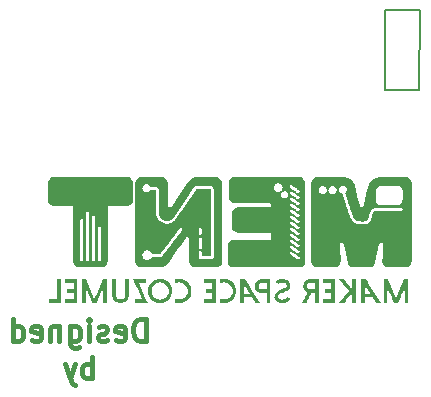
<source format=gbo>
G04 #@! TF.GenerationSoftware,KiCad,Pcbnew,5.0.2-bee76a0~70~ubuntu16.04.1*
G04 #@! TF.CreationDate,2019-01-04T08:40:48-07:00*
G04 #@! TF.ProjectId,MakerCozumel,4d616b65-7243-46f7-9a75-6d656c2e6b69,rev?*
G04 #@! TF.SameCoordinates,Original*
G04 #@! TF.FileFunction,Legend,Bot*
G04 #@! TF.FilePolarity,Positive*
%FSLAX46Y46*%
G04 Gerber Fmt 4.6, Leading zero omitted, Abs format (unit mm)*
G04 Created by KiCad (PCBNEW 5.0.2-bee76a0~70~ubuntu16.04.1) date Fri 04 Jan 2019 08:40:48 MST*
%MOMM*%
%LPD*%
G01*
G04 APERTURE LIST*
%ADD10C,0.450000*%
%ADD11C,0.150000*%
%ADD12C,0.100000*%
G04 APERTURE END LIST*
D10*
X144628485Y-118619285D02*
X144628485Y-116819285D01*
X144199914Y-116819285D01*
X143942771Y-116905000D01*
X143771342Y-117076428D01*
X143685628Y-117247857D01*
X143599914Y-117590714D01*
X143599914Y-117847857D01*
X143685628Y-118190714D01*
X143771342Y-118362142D01*
X143942771Y-118533571D01*
X144199914Y-118619285D01*
X144628485Y-118619285D01*
X142142771Y-118533571D02*
X142314200Y-118619285D01*
X142657057Y-118619285D01*
X142828485Y-118533571D01*
X142914200Y-118362142D01*
X142914200Y-117676428D01*
X142828485Y-117505000D01*
X142657057Y-117419285D01*
X142314200Y-117419285D01*
X142142771Y-117505000D01*
X142057057Y-117676428D01*
X142057057Y-117847857D01*
X142914200Y-118019285D01*
X141371342Y-118533571D02*
X141199914Y-118619285D01*
X140857057Y-118619285D01*
X140685628Y-118533571D01*
X140599914Y-118362142D01*
X140599914Y-118276428D01*
X140685628Y-118105000D01*
X140857057Y-118019285D01*
X141114200Y-118019285D01*
X141285628Y-117933571D01*
X141371342Y-117762142D01*
X141371342Y-117676428D01*
X141285628Y-117505000D01*
X141114200Y-117419285D01*
X140857057Y-117419285D01*
X140685628Y-117505000D01*
X139828485Y-118619285D02*
X139828485Y-117419285D01*
X139828485Y-116819285D02*
X139914200Y-116905000D01*
X139828485Y-116990714D01*
X139742771Y-116905000D01*
X139828485Y-116819285D01*
X139828485Y-116990714D01*
X138199914Y-117419285D02*
X138199914Y-118876428D01*
X138285628Y-119047857D01*
X138371342Y-119133571D01*
X138542771Y-119219285D01*
X138799914Y-119219285D01*
X138971342Y-119133571D01*
X138199914Y-118533571D02*
X138371342Y-118619285D01*
X138714200Y-118619285D01*
X138885628Y-118533571D01*
X138971342Y-118447857D01*
X139057057Y-118276428D01*
X139057057Y-117762142D01*
X138971342Y-117590714D01*
X138885628Y-117505000D01*
X138714200Y-117419285D01*
X138371342Y-117419285D01*
X138199914Y-117505000D01*
X137342771Y-117419285D02*
X137342771Y-118619285D01*
X137342771Y-117590714D02*
X137257057Y-117505000D01*
X137085628Y-117419285D01*
X136828485Y-117419285D01*
X136657057Y-117505000D01*
X136571342Y-117676428D01*
X136571342Y-118619285D01*
X135028485Y-118533571D02*
X135199914Y-118619285D01*
X135542771Y-118619285D01*
X135714200Y-118533571D01*
X135799914Y-118362142D01*
X135799914Y-117676428D01*
X135714200Y-117505000D01*
X135542771Y-117419285D01*
X135199914Y-117419285D01*
X135028485Y-117505000D01*
X134942771Y-117676428D01*
X134942771Y-117847857D01*
X135799914Y-118019285D01*
X133399914Y-118619285D02*
X133399914Y-116819285D01*
X133399914Y-118533571D02*
X133571342Y-118619285D01*
X133914200Y-118619285D01*
X134085628Y-118533571D01*
X134171342Y-118447857D01*
X134257057Y-118276428D01*
X134257057Y-117762142D01*
X134171342Y-117590714D01*
X134085628Y-117505000D01*
X133914200Y-117419285D01*
X133571342Y-117419285D01*
X133399914Y-117505000D01*
X140085628Y-121769285D02*
X140085628Y-119969285D01*
X140085628Y-120655000D02*
X139914200Y-120569285D01*
X139571342Y-120569285D01*
X139399914Y-120655000D01*
X139314200Y-120740714D01*
X139228485Y-120912142D01*
X139228485Y-121426428D01*
X139314200Y-121597857D01*
X139399914Y-121683571D01*
X139571342Y-121769285D01*
X139914200Y-121769285D01*
X140085628Y-121683571D01*
X138628485Y-120569285D02*
X138199914Y-121769285D01*
X137771342Y-120569285D02*
X138199914Y-121769285D01*
X138371342Y-122197857D01*
X138457057Y-122283571D01*
X138628485Y-122369285D01*
D11*
G04 #@! TO.C,SW1*
X167840000Y-90670000D02*
X164940000Y-90670000D01*
X164940000Y-90670000D02*
X164940000Y-97420000D01*
X164940000Y-97420000D02*
X167790000Y-97420000D01*
X167790000Y-97420000D02*
X167840000Y-90670000D01*
D12*
G04 #@! TO.C,svg2mod*
G36*
X150596148Y-104761496D02*
X150390302Y-111610239D01*
X150390302Y-111489476D01*
X150390302Y-111368713D01*
X150390302Y-111247950D01*
X150390302Y-111127187D01*
X150390302Y-111006424D01*
X150390302Y-110885661D01*
X150390302Y-110764898D01*
X150390302Y-110644136D01*
X150390302Y-110523373D01*
X150390302Y-110402610D01*
X150390302Y-110281847D01*
X150390302Y-110161084D01*
X150390302Y-110040321D01*
X150390302Y-109919558D01*
X150390302Y-109798795D01*
X150390302Y-109678033D01*
X150390302Y-109557270D01*
X150390302Y-109436507D01*
X150390302Y-109315744D01*
X150390302Y-109194981D01*
X150390302Y-109074218D01*
X150390302Y-108953455D01*
X150390302Y-108832692D01*
X150390302Y-108711929D01*
X150390302Y-108591167D01*
X150390302Y-108470404D01*
X150390302Y-108349669D01*
X150390302Y-108228906D01*
X150390302Y-108108143D01*
X150390302Y-107987380D01*
X150390302Y-107866617D01*
X150390302Y-107745855D01*
X150390302Y-107625092D01*
X150390302Y-107504329D01*
X150390302Y-107383566D01*
X150390302Y-107262803D01*
X150390302Y-107142040D01*
X150390302Y-107021277D01*
X150390302Y-106900514D01*
X150390302Y-106779752D01*
X150390302Y-106658989D01*
X150390302Y-106538226D01*
X150390302Y-106417463D01*
X150390302Y-106296700D01*
X150390302Y-106175937D01*
X150390302Y-106055174D01*
X150390302Y-105934411D01*
X150390302Y-105813648D01*
X150388835Y-105784495D01*
X150384511Y-105756188D01*
X150377481Y-105728812D01*
X150367885Y-105702566D01*
X150355868Y-105677730D01*
X150341574Y-105654306D01*
X150325143Y-105632292D01*
X150306719Y-105611972D01*
X150286464Y-105593628D01*
X150264485Y-105577259D01*
X150240933Y-105562866D01*
X150215965Y-105550730D01*
X150189730Y-105541135D01*
X150162357Y-105534079D01*
X150133991Y-105529846D01*
X150104777Y-105527024D01*
X150032706Y-105527024D01*
X149960634Y-105527024D01*
X149888563Y-105527024D01*
X149816492Y-105527024D01*
X149744420Y-105527024D01*
X149672349Y-105527024D01*
X149600277Y-105527024D01*
X149528206Y-105527024D01*
X149456135Y-105527024D01*
X149384063Y-105527024D01*
X149311992Y-105527024D01*
X149239920Y-105527024D01*
X149167849Y-105527024D01*
X149095778Y-105527024D01*
X149023706Y-105527024D01*
X148951635Y-105527024D01*
X148933553Y-105527024D01*
X148915790Y-105529846D01*
X148898374Y-105532668D01*
X148881328Y-105536055D01*
X148864654Y-105540288D01*
X148848432Y-105545650D01*
X148832670Y-105552141D01*
X148817376Y-105559479D01*
X148802624Y-105567664D01*
X148788344Y-105576695D01*
X148774594Y-105586572D01*
X148761434Y-105597297D01*
X148748847Y-105609150D01*
X148736943Y-105621850D01*
X148725716Y-105635397D01*
X148715161Y-105649790D01*
X148659006Y-105732453D01*
X148602851Y-105815144D01*
X148546696Y-105897807D01*
X148490541Y-105980498D01*
X148434385Y-106063189D01*
X148378231Y-106145852D01*
X148322075Y-106228543D01*
X148265920Y-106311234D01*
X148209765Y-106393926D01*
X148153610Y-106476588D01*
X148097455Y-106559280D01*
X148041300Y-106641971D01*
X147985145Y-106724662D01*
X147928990Y-106807325D01*
X147872835Y-106890016D01*
X147816680Y-106972707D01*
X147760525Y-107055370D01*
X147704370Y-107138061D01*
X147648215Y-107220724D01*
X147592060Y-107303415D01*
X147535905Y-107386106D01*
X147479750Y-107468769D01*
X147423595Y-107551460D01*
X147367440Y-107634151D01*
X147311284Y-107716842D01*
X147255130Y-107799505D01*
X147198974Y-107882196D01*
X147142819Y-107964887D01*
X147086664Y-108047578D01*
X147030509Y-108130241D01*
X146974354Y-108212932D01*
X146918199Y-108295623D01*
X146869269Y-108339029D01*
X146820479Y-108376254D01*
X146771962Y-108407637D01*
X146723852Y-108433602D01*
X146676275Y-108454204D01*
X146629374Y-108470009D01*
X146583278Y-108481580D01*
X146538118Y-108488917D01*
X146494019Y-108492586D01*
X146451127Y-108492727D01*
X146409571Y-108489905D01*
X146369481Y-108484261D01*
X146330967Y-108476359D01*
X146294206Y-108466199D01*
X146259319Y-108454345D01*
X146226424Y-108441363D01*
X146177557Y-108419350D01*
X146131199Y-108394796D01*
X146087439Y-108367985D01*
X146046365Y-108339142D01*
X146008067Y-108308831D01*
X145972633Y-108277477D01*
X145940153Y-108245473D01*
X145910714Y-108213271D01*
X145884411Y-108181295D01*
X145861323Y-108149912D01*
X145841539Y-108119601D01*
X145825153Y-108090758D01*
X145812261Y-108063947D01*
X145802939Y-108039394D01*
X145797278Y-108017381D01*
X145795359Y-107998472D01*
X145795754Y-107868000D01*
X145796149Y-107737529D01*
X145796516Y-107607086D01*
X145796911Y-107476615D01*
X145797306Y-107346143D01*
X145797701Y-107215672D01*
X145798096Y-107085201D01*
X145798492Y-106954729D01*
X145798887Y-106824258D01*
X145799254Y-106693787D01*
X145799649Y-106563344D01*
X145800044Y-106432872D01*
X145800439Y-106302401D01*
X145800834Y-106171930D01*
X145801229Y-106041486D01*
X145801624Y-105911015D01*
X145779334Y-105800045D01*
X145718438Y-105709480D01*
X145627889Y-105648436D01*
X145516645Y-105626140D01*
X145401441Y-105626140D01*
X145286237Y-105626140D01*
X145171033Y-105626140D01*
X145055829Y-105626140D01*
X145046460Y-105598764D01*
X145035842Y-105571953D01*
X145022953Y-105546271D01*
X145006771Y-105522564D01*
X144960549Y-105471652D01*
X144905194Y-105429996D01*
X144843025Y-105399713D01*
X144776363Y-105383062D01*
X144759240Y-105379958D01*
X144742104Y-105377135D01*
X144725009Y-105377135D01*
X144708011Y-105377051D01*
X144708067Y-105350155D01*
X144657690Y-105355517D01*
X144608446Y-105368782D01*
X144560781Y-105389666D01*
X144515142Y-105417324D01*
X144464252Y-105462762D01*
X144422575Y-105517259D01*
X144392317Y-105580956D01*
X144375683Y-105653798D01*
X144369779Y-105722660D01*
X144378618Y-105790986D01*
X144401148Y-105855897D01*
X144436314Y-105914543D01*
X144482622Y-105965428D01*
X144538167Y-106007084D01*
X144600526Y-106037366D01*
X144667274Y-106054017D01*
X144680863Y-106057404D01*
X144694432Y-106060226D01*
X144708063Y-106060226D01*
X144721841Y-106060311D01*
X144776008Y-106055795D01*
X144829208Y-106042813D01*
X144880264Y-106021928D01*
X144927996Y-105993622D01*
X144963069Y-105960573D01*
X144994832Y-105924646D01*
X145022114Y-105885305D01*
X145043749Y-105842040D01*
X145160469Y-105842040D01*
X145277189Y-105842040D01*
X145393909Y-105842040D01*
X145423089Y-105842040D01*
X145452269Y-105842040D01*
X145481449Y-105842040D01*
X145510629Y-105842040D01*
X145515153Y-105842096D01*
X145519505Y-105842096D01*
X145523668Y-105842096D01*
X145527621Y-105844919D01*
X145531304Y-105847741D01*
X145534807Y-105850563D01*
X145538075Y-105853385D01*
X145541061Y-105856208D01*
X145543686Y-105859312D01*
X145546056Y-105862699D01*
X145548145Y-105866368D01*
X145549894Y-105870036D01*
X145551249Y-105873988D01*
X145552237Y-105878221D01*
X145552858Y-105882454D01*
X145553065Y-105886970D01*
X145552670Y-106017441D01*
X145552274Y-106147884D01*
X145551879Y-106278356D01*
X145551484Y-106408827D01*
X145551089Y-106539298D01*
X145550694Y-106669741D01*
X145550327Y-106800213D01*
X145549932Y-106930684D01*
X145549537Y-107061155D01*
X145549142Y-107191627D01*
X145548747Y-107322098D01*
X145548352Y-107452569D01*
X145547985Y-107583041D01*
X145547590Y-107713484D01*
X145547194Y-107843955D01*
X145546799Y-107974426D01*
X145549878Y-108018481D01*
X145558893Y-108063891D01*
X145573512Y-108110316D01*
X145593405Y-108157363D01*
X145618244Y-108204691D01*
X145647698Y-108251935D01*
X145681436Y-108298756D01*
X145719128Y-108344787D01*
X145760450Y-108389688D01*
X145805059Y-108433122D01*
X145852627Y-108474693D01*
X145902830Y-108514063D01*
X145955343Y-108550893D01*
X146009822Y-108584788D01*
X146065940Y-108615466D01*
X146123371Y-108642559D01*
X146187149Y-108667113D01*
X146250972Y-108686586D01*
X146314733Y-108700979D01*
X146378323Y-108710010D01*
X146441631Y-108713961D01*
X146504553Y-108713961D01*
X146566978Y-108708035D01*
X146628797Y-108697028D01*
X146689903Y-108681224D01*
X146750187Y-108660621D01*
X146809539Y-108634939D01*
X146867853Y-108604657D01*
X146925020Y-108569633D01*
X146980930Y-108529953D01*
X147035475Y-108485615D01*
X147088548Y-108436650D01*
X147089677Y-108436650D01*
X147090806Y-108436650D01*
X147091935Y-108436650D01*
X147093064Y-108436650D01*
X147094193Y-108436650D01*
X147095322Y-108436650D01*
X147096451Y-108436650D01*
X147097580Y-108436650D01*
X147098708Y-108436650D01*
X147099837Y-108436650D01*
X147100966Y-108436650D01*
X147102095Y-108436650D01*
X147103224Y-108436650D01*
X147104353Y-108436650D01*
X147105482Y-108436650D01*
X147106611Y-108436650D01*
X147163138Y-108353761D01*
X147219666Y-108270844D01*
X147276194Y-108187956D01*
X147332722Y-108105067D01*
X147389239Y-108022178D01*
X147445755Y-107939290D01*
X147502272Y-107856401D01*
X147558789Y-107773512D01*
X147615306Y-107690624D01*
X147671823Y-107607735D01*
X147728339Y-107524846D01*
X147784856Y-107441958D01*
X147841373Y-107359069D01*
X147897890Y-107276180D01*
X147954407Y-107193292D01*
X148010923Y-107110403D01*
X148067440Y-107027514D01*
X148123957Y-106944626D01*
X148180474Y-106861737D01*
X148236991Y-106778848D01*
X148293507Y-106695960D01*
X148350024Y-106613071D01*
X148406541Y-106530182D01*
X148463058Y-106447294D01*
X148519575Y-106364405D01*
X148576091Y-106281516D01*
X148632608Y-106198628D01*
X148689125Y-106115739D01*
X148745642Y-106032850D01*
X148802159Y-105949962D01*
X148858675Y-105867073D01*
X148915192Y-105784184D01*
X148916518Y-105781362D01*
X148918099Y-105778540D01*
X148919877Y-105775718D01*
X148921852Y-105772896D01*
X148924138Y-105770073D01*
X148926424Y-105770073D01*
X148928767Y-105770073D01*
X148931222Y-105770073D01*
X148934081Y-105770073D01*
X148936649Y-105770073D01*
X148939133Y-105770073D01*
X148941673Y-105770073D01*
X148944156Y-105770073D01*
X148946640Y-105770073D01*
X148949124Y-105770073D01*
X148951607Y-105770073D01*
X149023678Y-105770073D01*
X149095750Y-105770073D01*
X149167821Y-105770073D01*
X149239893Y-105770073D01*
X149311964Y-105770073D01*
X149384036Y-105770073D01*
X149456107Y-105770073D01*
X149528178Y-105770073D01*
X149600250Y-105770073D01*
X149672321Y-105770073D01*
X149744393Y-105770073D01*
X149816464Y-105770073D01*
X149888535Y-105770073D01*
X149960607Y-105770073D01*
X150032678Y-105770073D01*
X150104750Y-105770073D01*
X150109217Y-105770130D01*
X150113527Y-105770130D01*
X150117661Y-105770130D01*
X150121601Y-105772952D01*
X150125276Y-105775774D01*
X150128778Y-105778596D01*
X150132055Y-105781419D01*
X150135055Y-105784241D01*
X150137764Y-105787063D01*
X150140163Y-105790168D01*
X150142251Y-105793554D01*
X150144001Y-105797223D01*
X150145384Y-105801174D01*
X150146400Y-105805125D01*
X150147021Y-105809359D01*
X150147231Y-105813592D01*
X150147231Y-105931815D01*
X150147231Y-106050038D01*
X150147231Y-106168261D01*
X150147231Y-106286484D01*
X150147231Y-106404706D01*
X150147231Y-106522929D01*
X150147231Y-106641152D01*
X150147231Y-106759375D01*
X150147231Y-106877598D01*
X150147231Y-106995821D01*
X150147231Y-107114044D01*
X150147231Y-107232267D01*
X150147231Y-107350489D01*
X150147231Y-107468712D01*
X150147231Y-107586935D01*
X150147231Y-107705158D01*
X150147231Y-107823381D01*
X150147231Y-107941604D01*
X150147231Y-108059827D01*
X150147231Y-108178050D01*
X150147231Y-108296273D01*
X150147231Y-108414495D01*
X150147231Y-108532747D01*
X150147231Y-108650969D01*
X150147231Y-108769192D01*
X150147231Y-108887415D01*
X150147231Y-109005638D01*
X150147231Y-109123861D01*
X150147231Y-109242084D01*
X150147231Y-109360307D01*
X150147231Y-109478530D01*
X150147231Y-109596753D01*
X150147231Y-109714975D01*
X150147231Y-109833198D01*
X150147231Y-109951421D01*
X150147231Y-110069644D01*
X150147231Y-110187867D01*
X150147231Y-110306090D01*
X150147231Y-110424313D01*
X150147231Y-110542536D01*
X150147231Y-110660758D01*
X150147231Y-110778981D01*
X150147231Y-110897232D01*
X150147231Y-111015455D01*
X150147231Y-111133678D01*
X150147231Y-111251901D01*
X150147231Y-111370124D01*
X150147231Y-111488347D01*
X150100171Y-111488347D01*
X150053111Y-111488347D01*
X150006051Y-111488347D01*
X149958991Y-111488347D01*
X149911931Y-111488347D01*
X149864871Y-111488347D01*
X149817811Y-111488347D01*
X149770751Y-111488347D01*
X149723691Y-111488347D01*
X149676631Y-111488347D01*
X149629571Y-111488347D01*
X149582511Y-111488347D01*
X149535451Y-111488347D01*
X149488391Y-111488347D01*
X149441331Y-111488347D01*
X149394271Y-111488347D01*
X149394271Y-111466051D01*
X149394271Y-111443756D01*
X149394271Y-111421460D01*
X149394271Y-111399165D01*
X149394271Y-111309587D01*
X149394271Y-111220010D01*
X149394271Y-111130461D01*
X149384777Y-111083245D01*
X149358894Y-111044694D01*
X149320521Y-111018729D01*
X149273553Y-111009134D01*
X149226413Y-111018729D01*
X149187661Y-111044694D01*
X149161400Y-111083245D01*
X149151734Y-111130461D01*
X149151734Y-111250208D01*
X149151734Y-111369955D01*
X149151734Y-111399898D01*
X149151734Y-111429814D01*
X149151734Y-111459758D01*
X149151734Y-111489702D01*
X149151734Y-111519645D01*
X149151734Y-111549561D01*
X149151734Y-111579505D01*
X149151734Y-111609448D01*
X149151877Y-111615093D01*
X149152300Y-111620737D01*
X149153006Y-111626382D01*
X149153994Y-111632026D01*
X149155264Y-111637671D01*
X149156816Y-111643315D01*
X149158650Y-111648960D01*
X149160795Y-111654604D01*
X149163222Y-111659966D01*
X149165932Y-111665328D01*
X149168918Y-111670408D01*
X149172186Y-111675488D01*
X149175736Y-111680568D01*
X149179571Y-111685366D01*
X149183689Y-111690164D01*
X149188089Y-111694680D01*
X149192703Y-111699195D01*
X149197459Y-111703428D01*
X149202344Y-111707380D01*
X149207351Y-111711048D01*
X149212470Y-111714435D01*
X149217691Y-111717540D01*
X149223005Y-111720362D01*
X149228404Y-111723184D01*
X149233922Y-111726006D01*
X149239456Y-111728828D01*
X149245030Y-111731651D01*
X149250660Y-111731651D01*
X149256500Y-111731651D01*
X149262192Y-111731651D01*
X149267834Y-111731651D01*
X149273520Y-111731876D01*
X149335704Y-111731876D01*
X149397888Y-111731876D01*
X149460072Y-111731876D01*
X149522256Y-111731876D01*
X149584440Y-111731876D01*
X149646624Y-111731876D01*
X149708808Y-111731876D01*
X149770992Y-111731876D01*
X149833176Y-111731876D01*
X149895360Y-111731876D01*
X149957544Y-111731876D01*
X150019728Y-111731876D01*
X150081912Y-111731876D01*
X150144096Y-111731876D01*
X150206280Y-111731876D01*
X150268464Y-111731876D01*
X150280811Y-111731876D01*
X150292826Y-111729054D01*
X150304445Y-111725950D01*
X150315604Y-111721716D01*
X150326238Y-111716636D01*
X150336285Y-111710710D01*
X150345680Y-111703654D01*
X150354358Y-111695752D01*
X150362255Y-111687003D01*
X150369308Y-111677690D01*
X150375452Y-111667812D01*
X150380622Y-111657088D01*
X150384728Y-111646081D01*
X150387762Y-111634510D01*
X150389653Y-111622656D01*
X150390302Y-111610239D01*
X150596148Y-104761496D01*
X150792915Y-104800894D01*
X150953182Y-104908562D01*
X151061023Y-105068638D01*
X151100510Y-105265319D01*
X151100510Y-105819152D01*
X151100510Y-106372985D01*
X151100510Y-106926818D01*
X151100510Y-107480650D01*
X151100510Y-108034483D01*
X151100510Y-108588316D01*
X151100510Y-109142121D01*
X151100510Y-109695954D01*
X151100510Y-110249815D01*
X151100510Y-110803648D01*
X151100510Y-111357480D01*
X151100510Y-111911313D01*
X151061023Y-112107768D01*
X150953182Y-112267675D01*
X150792915Y-112375202D01*
X150596148Y-112414572D01*
X150159310Y-112414572D01*
X149722472Y-112414572D01*
X149285634Y-112414572D01*
X148848796Y-112414572D01*
X149146382Y-109212930D01*
X149146382Y-109296412D01*
X149146382Y-109379921D01*
X149146382Y-109463431D01*
X149146382Y-109546940D01*
X149155876Y-109594015D01*
X149181759Y-109632567D01*
X149220132Y-109658531D01*
X149267100Y-109668127D01*
X149314382Y-109658531D01*
X149353118Y-109632567D01*
X149379300Y-109594015D01*
X149388918Y-109546940D01*
X149388918Y-109463431D01*
X149388918Y-109379921D01*
X149388918Y-109296412D01*
X149388918Y-109212930D01*
X149379300Y-109165856D01*
X149353118Y-109127304D01*
X149314382Y-109101340D01*
X149267100Y-109091744D01*
X149220132Y-109101340D01*
X149181759Y-109127304D01*
X149155876Y-109165856D01*
X149146382Y-109212930D01*
X148848796Y-112414572D01*
X149146382Y-109977414D01*
X149146382Y-110168704D01*
X149146382Y-110359966D01*
X149146382Y-110551228D01*
X149146382Y-110742518D01*
X149155876Y-110789565D01*
X149181759Y-110828116D01*
X149220132Y-110854081D01*
X149267100Y-110863676D01*
X149314382Y-110854081D01*
X149353118Y-110828116D01*
X149379300Y-110789565D01*
X149388918Y-110742518D01*
X149388918Y-110551228D01*
X149388918Y-110359966D01*
X149388918Y-110168704D01*
X149388918Y-109977414D01*
X149379300Y-109930367D01*
X149353118Y-109891816D01*
X149314382Y-109865851D01*
X149267100Y-109856256D01*
X149220132Y-109865851D01*
X149181759Y-109891816D01*
X149155876Y-109930367D01*
X149146382Y-109977414D01*
X148848796Y-112414572D01*
X148652258Y-112375202D01*
X148492164Y-112267675D01*
X148384433Y-112107768D01*
X148344985Y-111911313D01*
X148344985Y-111440849D01*
X148344985Y-110970384D01*
X148344985Y-110499920D01*
X148344985Y-110029456D01*
X148324324Y-109944168D01*
X147707694Y-109275189D01*
X147714013Y-109264746D01*
X147719336Y-109254022D01*
X147723651Y-109243015D01*
X147726948Y-109231726D01*
X147729234Y-109220155D01*
X147730475Y-109208584D01*
X147730658Y-109197013D01*
X147729783Y-109185724D01*
X147727835Y-109174435D01*
X147724813Y-109163429D01*
X147720704Y-109152704D01*
X147715497Y-109142262D01*
X147709192Y-109132384D01*
X147701750Y-109122789D01*
X147693173Y-109113757D01*
X147683459Y-109105291D01*
X147678263Y-109101904D01*
X147672966Y-109098800D01*
X147667578Y-109095977D01*
X147662109Y-109093155D01*
X147656566Y-109090333D01*
X147650961Y-109087511D01*
X147645305Y-109084689D01*
X147639607Y-109081866D01*
X147633771Y-109081866D01*
X147628025Y-109081866D01*
X147622313Y-109081866D01*
X147616572Y-109081866D01*
X147610803Y-109081725D01*
X147605046Y-109081669D01*
X147599311Y-109081725D01*
X147593611Y-109081866D01*
X147593590Y-109081951D01*
X147587937Y-109081951D01*
X147582338Y-109081951D01*
X147576801Y-109084773D01*
X147571331Y-109087595D01*
X147565831Y-109090418D01*
X147560533Y-109093240D01*
X147555371Y-109096062D01*
X147550283Y-109098884D01*
X147545316Y-109101989D01*
X147540402Y-109105093D01*
X147535588Y-109108480D01*
X147530908Y-109112431D01*
X147526379Y-109116664D01*
X147521990Y-109120898D01*
X147517748Y-109125413D01*
X147513662Y-109130211D01*
X147409689Y-109266440D01*
X147305716Y-109402640D01*
X147201743Y-109538869D01*
X147097770Y-109675097D01*
X146993797Y-109811298D01*
X146889824Y-109947526D01*
X146785851Y-110083727D01*
X146681878Y-110219956D01*
X146577905Y-110356184D01*
X146473932Y-110492385D01*
X146369959Y-110628613D01*
X146265986Y-110764842D01*
X146162013Y-110901071D01*
X146058040Y-111037271D01*
X145954067Y-111173500D01*
X145850094Y-111309728D01*
X145807650Y-111309728D01*
X145765207Y-111309728D01*
X145722763Y-111309728D01*
X145680320Y-111309728D01*
X145637876Y-111309728D01*
X145595433Y-111309728D01*
X145552989Y-111309728D01*
X145510546Y-111309728D01*
X145468102Y-111309728D01*
X145425659Y-111309728D01*
X145383215Y-111309728D01*
X145340771Y-111309728D01*
X145298328Y-111309728D01*
X145255884Y-111309728D01*
X145213441Y-111309728D01*
X145170997Y-111309728D01*
X145164131Y-111279361D01*
X145155057Y-111249813D01*
X145143853Y-111221195D01*
X145130586Y-111193538D01*
X145058361Y-111095578D01*
X144958945Y-111022680D01*
X144836960Y-110981702D01*
X144758883Y-110976904D01*
X144681468Y-110988475D01*
X144607523Y-111015004D01*
X144539856Y-111054600D01*
X144481635Y-111106359D01*
X144434252Y-111169238D01*
X144397089Y-111240104D01*
X144369530Y-111315881D01*
X144364671Y-111393069D01*
X144376261Y-111468986D01*
X144402677Y-111542618D01*
X144442294Y-111613004D01*
X144494057Y-111674331D01*
X144556632Y-111722112D01*
X144627219Y-111756232D01*
X144703019Y-111776552D01*
X144720339Y-111779939D01*
X144736643Y-111782761D01*
X144752947Y-111782761D01*
X144770267Y-111782846D01*
X144833618Y-111777484D01*
X144895316Y-111761961D01*
X144953607Y-111737126D01*
X145006738Y-111704247D01*
X145045323Y-111671368D01*
X145079362Y-111635526D01*
X145108921Y-111596128D01*
X145134070Y-111552665D01*
X145182646Y-111552665D01*
X145231222Y-111552665D01*
X145279798Y-111552665D01*
X145328374Y-111552665D01*
X145376949Y-111552665D01*
X145425525Y-111552665D01*
X145474101Y-111552665D01*
X145522677Y-111552665D01*
X145571253Y-111552665D01*
X145619829Y-111552665D01*
X145668405Y-111552665D01*
X145716980Y-111552665D01*
X145765556Y-111552665D01*
X145814132Y-111552665D01*
X145862708Y-111552665D01*
X145911284Y-111552665D01*
X145918097Y-111552609D01*
X145924893Y-111552609D01*
X145931655Y-111552609D01*
X145938366Y-111549787D01*
X145944933Y-111546964D01*
X145951495Y-111544142D01*
X145957983Y-111541320D01*
X145964333Y-111538498D01*
X145970517Y-111535111D01*
X145976539Y-111531442D01*
X145982384Y-111527491D01*
X145988031Y-111523258D01*
X145993464Y-111518742D01*
X145998666Y-111513662D01*
X146003616Y-111508300D01*
X146008298Y-111502656D01*
X146114510Y-111363435D01*
X146220722Y-111224215D01*
X146326935Y-111084995D01*
X146433147Y-110945775D01*
X146539359Y-110806554D01*
X146645571Y-110667334D01*
X146751784Y-110528142D01*
X146857996Y-110388922D01*
X146964208Y-110249702D01*
X147070420Y-110110482D01*
X147176633Y-109971261D01*
X147282845Y-109832041D01*
X147389058Y-109692821D01*
X147495270Y-109553601D01*
X147601482Y-109414409D01*
X147707694Y-109275189D01*
X148324324Y-109944168D01*
X148275235Y-109892352D01*
X148217062Y-109866670D01*
X148169147Y-109859614D01*
X148130380Y-109864130D01*
X148095487Y-109877677D01*
X148063938Y-109900537D01*
X148035202Y-109932484D01*
X147680219Y-110451462D01*
X147325236Y-110970413D01*
X146970254Y-111489391D01*
X146615271Y-112008370D01*
X146464166Y-112175784D01*
X146280549Y-112301683D01*
X146073021Y-112380988D01*
X145850184Y-112408645D01*
X145850184Y-112411468D01*
X145850184Y-112414290D01*
X145452758Y-112414290D01*
X145055332Y-112414290D01*
X144657906Y-112414290D01*
X144260480Y-112414290D01*
X144063942Y-112374920D01*
X143903847Y-112267365D01*
X143796117Y-112107486D01*
X143756669Y-111911031D01*
X143756669Y-111357706D01*
X143756669Y-110804353D01*
X143756669Y-110251028D01*
X143756669Y-109697703D01*
X143756669Y-109144379D01*
X143756669Y-108591054D01*
X143756669Y-108037729D01*
X143756669Y-107484404D01*
X143756669Y-106931079D01*
X143756669Y-106377754D01*
X143756669Y-105824401D01*
X143756669Y-105271076D01*
X143796117Y-105074678D01*
X143903847Y-104914573D01*
X144063942Y-104806764D01*
X144260480Y-104767281D01*
X144698971Y-104767281D01*
X145137463Y-104767281D01*
X145575955Y-104767281D01*
X146014447Y-104767281D01*
X146210898Y-104806764D01*
X146370803Y-104914573D01*
X146478344Y-105074678D01*
X146517706Y-105271076D01*
X146517706Y-105747467D01*
X146517706Y-106223858D01*
X146517706Y-106700250D01*
X146517706Y-107176641D01*
X146538407Y-107262069D01*
X146587606Y-107313885D01*
X146645953Y-107339567D01*
X146694096Y-107346341D01*
X146732825Y-107341825D01*
X146767606Y-107328279D01*
X146798982Y-107305701D01*
X146827490Y-107273979D01*
X147185642Y-106747691D01*
X147543794Y-106221008D01*
X147901946Y-105694325D01*
X148260098Y-105167642D01*
X148408601Y-104996841D01*
X148592423Y-104869107D01*
X148801355Y-104789097D01*
X149025185Y-104761439D01*
X149417926Y-104761439D01*
X149810667Y-104761439D01*
X150203408Y-104761439D01*
X150596148Y-104761439D01*
X150596148Y-104761496D01*
X150596148Y-104761496D01*
G37*
G36*
X143077021Y-104761496D02*
X139714395Y-107674678D01*
X139702398Y-107677500D01*
X139690804Y-107680605D01*
X139679679Y-107684838D01*
X139669090Y-107689918D01*
X139659088Y-107695845D01*
X139649741Y-107702900D01*
X139641116Y-107710803D01*
X139633271Y-107719551D01*
X139626271Y-107728865D01*
X139620175Y-107738743D01*
X139615039Y-107749467D01*
X139610964Y-107760474D01*
X139607961Y-107772045D01*
X139606098Y-107784180D01*
X139605449Y-107796598D01*
X139605449Y-107921199D01*
X139605449Y-108045829D01*
X139605449Y-108170430D01*
X139605449Y-108295031D01*
X139605449Y-108419632D01*
X139605449Y-108544261D01*
X139605449Y-108668862D01*
X139605449Y-108793463D01*
X139605449Y-108918065D01*
X139605449Y-109042694D01*
X139605449Y-109167295D01*
X139605449Y-109291896D01*
X139605449Y-109416497D01*
X139605449Y-109541127D01*
X139605449Y-109665728D01*
X139605449Y-109790329D01*
X139605449Y-109914930D01*
X139605449Y-110039559D01*
X139605449Y-110164160D01*
X139605449Y-110288761D01*
X139605449Y-110413391D01*
X139605449Y-110537992D01*
X139605449Y-110662621D01*
X139605449Y-110787222D01*
X139605449Y-110911823D01*
X139605449Y-111036453D01*
X139605449Y-111161054D01*
X139605449Y-111285655D01*
X139605449Y-111410256D01*
X139605449Y-111534885D01*
X139605449Y-111659486D01*
X139605449Y-111784088D01*
X139606070Y-111796505D01*
X139607904Y-111808641D01*
X139610904Y-111820212D01*
X139614994Y-111831219D01*
X139620099Y-111841943D01*
X139626198Y-111851821D01*
X139633214Y-111861134D01*
X139641071Y-111869601D01*
X139649721Y-111877503D01*
X139659063Y-111884559D01*
X139669048Y-111890768D01*
X139679631Y-111895848D01*
X139690751Y-111900081D01*
X139702344Y-111903185D01*
X139714345Y-111906008D01*
X139726689Y-111906008D01*
X139739084Y-111906008D01*
X139751124Y-111903185D01*
X139762746Y-111900081D01*
X139773885Y-111895848D01*
X139784485Y-111890768D01*
X139794484Y-111884841D01*
X139803820Y-111877785D01*
X139812434Y-111869883D01*
X139820265Y-111861134D01*
X139827250Y-111851821D01*
X139833327Y-111841943D01*
X139838429Y-111831219D01*
X139842479Y-111820212D01*
X139845473Y-111808641D01*
X139847336Y-111796505D01*
X139847985Y-111784088D01*
X139847985Y-111659486D01*
X139847985Y-111534885D01*
X139847985Y-111410256D01*
X139847985Y-111285655D01*
X139847985Y-111161054D01*
X139847985Y-111036453D01*
X139847985Y-110911823D01*
X139847985Y-110787222D01*
X139847985Y-110662621D01*
X139847985Y-110537992D01*
X139847985Y-110413391D01*
X139847985Y-110288761D01*
X139847985Y-110164160D01*
X139847985Y-110039559D01*
X139847985Y-109914930D01*
X139847985Y-109790329D01*
X139847985Y-109665728D01*
X139847985Y-109541127D01*
X139847985Y-109416497D01*
X139847985Y-109291896D01*
X139847985Y-109167295D01*
X139847985Y-109042694D01*
X139847985Y-108918065D01*
X139847985Y-108793463D01*
X139847985Y-108668862D01*
X139847985Y-108544261D01*
X139847985Y-108419632D01*
X139847985Y-108295031D01*
X139847985Y-108170430D01*
X139847985Y-108045829D01*
X139847985Y-107921199D01*
X139847985Y-107796598D01*
X139847364Y-107784180D01*
X139845530Y-107772045D01*
X139842538Y-107760474D01*
X139838452Y-107749185D01*
X139833358Y-107738743D01*
X139827281Y-107728583D01*
X139820294Y-107719269D01*
X139812459Y-107710520D01*
X139803820Y-107702618D01*
X139794487Y-107695563D01*
X139784502Y-107689636D01*
X139773913Y-107684556D01*
X139762732Y-107680605D01*
X139751115Y-107677500D01*
X139739101Y-107674678D01*
X139726717Y-107674678D01*
X139726734Y-107674678D01*
X139714395Y-107674678D01*
X143077021Y-104761496D01*
X140217646Y-108026891D01*
X140205665Y-108029714D01*
X140194100Y-108032818D01*
X140183011Y-108037051D01*
X140172456Y-108042131D01*
X140162499Y-108048058D01*
X140153206Y-108055114D01*
X140144637Y-108063016D01*
X140136845Y-108071765D01*
X140129889Y-108081078D01*
X140123838Y-108090956D01*
X140118758Y-108101398D01*
X140114699Y-108112405D01*
X140111725Y-108123976D01*
X140109890Y-108136111D01*
X140109269Y-108148529D01*
X140109269Y-108262152D01*
X140109269Y-108375775D01*
X140109269Y-108489369D01*
X140109269Y-108602992D01*
X140109269Y-108716614D01*
X140109269Y-108830237D01*
X140109269Y-108943860D01*
X140109269Y-109057482D01*
X140109269Y-109171105D01*
X140109269Y-109284728D01*
X140109269Y-109398322D01*
X140109269Y-109511945D01*
X140109269Y-109625567D01*
X140109269Y-109739190D01*
X140109269Y-109852813D01*
X140109269Y-109966435D01*
X140109269Y-110080058D01*
X140109269Y-110193681D01*
X140109269Y-110307275D01*
X140109269Y-110420898D01*
X140109269Y-110534520D01*
X140109269Y-110648143D01*
X140109269Y-110761766D01*
X140109269Y-110875388D01*
X140109269Y-110989011D01*
X140109269Y-111102634D01*
X140109269Y-111216228D01*
X140109269Y-111329851D01*
X140109269Y-111443474D01*
X140109269Y-111557096D01*
X140109269Y-111670719D01*
X140109269Y-111784342D01*
X140109890Y-111796759D01*
X140111725Y-111808895D01*
X140114699Y-111820466D01*
X140118752Y-111831473D01*
X140123815Y-111842197D01*
X140129866Y-111852075D01*
X140136831Y-111861388D01*
X140144629Y-111869855D01*
X140153225Y-111877757D01*
X140162516Y-111884813D01*
X140172456Y-111891022D01*
X140183000Y-111896102D01*
X140194091Y-111900335D01*
X140205657Y-111903439D01*
X140217634Y-111906262D01*
X140229967Y-111906262D01*
X140242368Y-111906262D01*
X140254425Y-111903439D01*
X140266072Y-111900335D01*
X140277248Y-111896102D01*
X140287891Y-111891022D01*
X140297935Y-111885095D01*
X140307319Y-111878039D01*
X140315986Y-111870137D01*
X140323863Y-111861388D01*
X140330893Y-111852075D01*
X140337017Y-111842197D01*
X140342176Y-111831473D01*
X140346271Y-111820466D01*
X140349291Y-111808895D01*
X140351154Y-111796759D01*
X140351803Y-111784342D01*
X140351803Y-111670719D01*
X140351803Y-111557096D01*
X140351803Y-111443474D01*
X140351803Y-111329851D01*
X140351803Y-111216228D01*
X140351803Y-111102634D01*
X140351803Y-110989011D01*
X140351803Y-110875388D01*
X140351803Y-110761766D01*
X140351803Y-110648143D01*
X140351803Y-110534520D01*
X140351803Y-110420898D01*
X140351803Y-110307275D01*
X140351803Y-110193681D01*
X140351803Y-110080058D01*
X140351803Y-109966435D01*
X140351803Y-109852813D01*
X140351803Y-109739190D01*
X140351803Y-109625567D01*
X140351803Y-109511945D01*
X140351803Y-109398322D01*
X140351803Y-109284728D01*
X140351803Y-109171105D01*
X140351803Y-109057482D01*
X140351803Y-108943860D01*
X140351803Y-108830237D01*
X140351803Y-108716614D01*
X140351803Y-108602992D01*
X140351803Y-108489369D01*
X140351803Y-108375775D01*
X140351803Y-108262152D01*
X140351803Y-108148529D01*
X140351182Y-108136111D01*
X140349319Y-108123976D01*
X140346299Y-108112405D01*
X140342187Y-108101398D01*
X140337051Y-108090956D01*
X140330930Y-108081078D01*
X140323888Y-108071765D01*
X140315994Y-108063016D01*
X140307322Y-108055114D01*
X140297935Y-108048058D01*
X140287893Y-108042131D01*
X140277256Y-108037051D01*
X140266080Y-108032818D01*
X140254433Y-108029714D01*
X140242377Y-108026891D01*
X140229976Y-108026891D01*
X140229979Y-108026891D01*
X140217646Y-108026891D01*
X143077021Y-104761496D01*
X143273473Y-104800894D01*
X143433378Y-104908562D01*
X143540919Y-105068638D01*
X143580281Y-105265319D01*
X143580281Y-105627862D01*
X143580281Y-105990432D01*
X143580281Y-106353003D01*
X143580281Y-106715546D01*
X143540919Y-106912086D01*
X143433378Y-107072190D01*
X143273473Y-107179914D01*
X143077021Y-107219369D01*
X142659751Y-107219369D01*
X142242481Y-107219369D01*
X141825211Y-107219369D01*
X141407940Y-107219369D01*
X140733762Y-108973606D01*
X140721429Y-108973606D01*
X140709449Y-108976428D01*
X140697883Y-108979533D01*
X140686795Y-108983766D01*
X140676240Y-108988846D01*
X140666283Y-108994773D01*
X140656989Y-109001828D01*
X140648421Y-109009730D01*
X140640629Y-109018479D01*
X140633672Y-109027793D01*
X140627621Y-109037670D01*
X140622541Y-109048395D01*
X140618511Y-109059401D01*
X140615534Y-109070973D01*
X140613699Y-109083108D01*
X140613078Y-109095526D01*
X140613078Y-109263589D01*
X140613078Y-109431653D01*
X140613078Y-109599688D01*
X140613078Y-109767751D01*
X140613078Y-109935814D01*
X140613078Y-110103849D01*
X140613078Y-110271913D01*
X140613078Y-110439948D01*
X140613078Y-110608011D01*
X140613078Y-110776046D01*
X140613078Y-110944110D01*
X140613078Y-111112145D01*
X140613078Y-111280208D01*
X140613078Y-111448271D01*
X140613078Y-111616306D01*
X140613078Y-111784370D01*
X140613699Y-111796788D01*
X140615534Y-111808923D01*
X140618508Y-111820494D01*
X140622561Y-111831783D01*
X140627658Y-111842508D01*
X140633706Y-111852668D01*
X140640651Y-111861981D01*
X140648441Y-111870730D01*
X140656995Y-111878632D01*
X140666291Y-111885688D01*
X140676257Y-111891896D01*
X140686815Y-111896976D01*
X140697906Y-111901210D01*
X140709471Y-111904314D01*
X140721449Y-111907136D01*
X140733782Y-111907136D01*
X140746183Y-111907136D01*
X140758239Y-111904314D01*
X140769887Y-111901210D01*
X140781063Y-111896976D01*
X140791705Y-111891896D01*
X140801750Y-111885688D01*
X140811133Y-111878632D01*
X140819800Y-111870730D01*
X140827677Y-111861981D01*
X140834707Y-111852668D01*
X140840832Y-111842508D01*
X140845991Y-111831783D01*
X140850142Y-111820494D01*
X140853156Y-111808923D01*
X140854991Y-111796788D01*
X140855612Y-111784370D01*
X140855612Y-111616306D01*
X140855612Y-111448271D01*
X140855612Y-111280208D01*
X140855612Y-111112145D01*
X140855612Y-110944110D01*
X140855612Y-110776046D01*
X140855612Y-110608011D01*
X140855612Y-110439948D01*
X140855612Y-110271913D01*
X140855612Y-110103849D01*
X140855612Y-109935814D01*
X140855612Y-109767751D01*
X140855612Y-109599688D01*
X140855612Y-109431653D01*
X140855612Y-109263589D01*
X140855612Y-109095526D01*
X140854991Y-109083108D01*
X140853128Y-109070973D01*
X140850111Y-109059401D01*
X140845988Y-109048395D01*
X140840851Y-109037953D01*
X140834730Y-109027793D01*
X140827691Y-109018479D01*
X140819798Y-109009730D01*
X140811105Y-109001828D01*
X140801721Y-108994773D01*
X140791691Y-108988846D01*
X140781060Y-108983766D01*
X140769841Y-108979815D01*
X140758200Y-108976710D01*
X140746169Y-108973888D01*
X140733782Y-108973888D01*
X140733762Y-108973606D01*
X141407940Y-107219369D01*
X141407940Y-107805093D01*
X141407940Y-108390845D01*
X141407940Y-108976569D01*
X141407940Y-109562321D01*
X141407940Y-110148045D01*
X141407940Y-110733769D01*
X141407940Y-111319522D01*
X141407940Y-111905246D01*
X141368446Y-112101700D01*
X139210521Y-111905725D01*
X139222863Y-111905725D01*
X139235202Y-111905725D01*
X139247199Y-111902903D01*
X139258793Y-111899799D01*
X139269918Y-111895565D01*
X139280507Y-111890485D01*
X139290509Y-111884559D01*
X139299856Y-111877503D01*
X139308481Y-111869601D01*
X139316327Y-111860852D01*
X139323326Y-111851539D01*
X139329422Y-111841661D01*
X139334558Y-111830936D01*
X139338633Y-111819930D01*
X139341636Y-111808359D01*
X139343499Y-111796223D01*
X139344120Y-111783805D01*
X139344120Y-111679863D01*
X139344120Y-111575920D01*
X139344120Y-111471978D01*
X139344120Y-111368036D01*
X139344120Y-111264093D01*
X139344120Y-111160179D01*
X139344120Y-111056236D01*
X139344120Y-110952294D01*
X139344120Y-110848352D01*
X139344120Y-110744409D01*
X139344120Y-110640467D01*
X139344120Y-110536524D01*
X139344120Y-110432582D01*
X139344120Y-110328668D01*
X139344120Y-110224725D01*
X139344120Y-110120783D01*
X139344120Y-110016840D01*
X139344120Y-109912926D01*
X139344120Y-109808984D01*
X139344120Y-109705041D01*
X139344120Y-109601099D01*
X139344120Y-109497156D01*
X139344120Y-109393214D01*
X139344120Y-109289271D01*
X139344120Y-109185329D01*
X139344120Y-109081415D01*
X139344120Y-108977472D01*
X139344120Y-108873530D01*
X139344120Y-108769587D01*
X139344120Y-108665645D01*
X139344120Y-108561703D01*
X139344120Y-108457760D01*
X139343499Y-108445342D01*
X139341664Y-108433489D01*
X139338664Y-108421918D01*
X139334575Y-108410911D01*
X139329467Y-108400187D01*
X139323368Y-108390309D01*
X139316355Y-108380996D01*
X139308498Y-108372529D01*
X139299848Y-108364627D01*
X139290506Y-108357571D01*
X139280521Y-108351362D01*
X139269938Y-108346282D01*
X139258776Y-108342331D01*
X139247188Y-108339227D01*
X139235210Y-108336405D01*
X139222883Y-108336405D01*
X139222905Y-108336122D01*
X139210567Y-108336122D01*
X139198569Y-108338945D01*
X139186976Y-108342049D01*
X139175850Y-108346282D01*
X139165261Y-108351362D01*
X139155260Y-108357289D01*
X139145912Y-108364345D01*
X139137288Y-108372247D01*
X139129447Y-108380996D01*
X139122446Y-108390309D01*
X139116347Y-108400187D01*
X139111210Y-108410911D01*
X139107135Y-108421918D01*
X139104132Y-108433489D01*
X139102269Y-108445625D01*
X139101620Y-108458042D01*
X139101620Y-108561985D01*
X139101620Y-108665927D01*
X139101620Y-108769870D01*
X139101620Y-108873812D01*
X139101620Y-108977755D01*
X139101620Y-109081697D01*
X139101620Y-109185611D01*
X139101620Y-109289554D01*
X139101620Y-109393496D01*
X139101620Y-109497439D01*
X139101620Y-109601381D01*
X139101620Y-109705323D01*
X139101620Y-109809266D01*
X139101620Y-109913208D01*
X139101620Y-110017122D01*
X139101620Y-110121065D01*
X139101620Y-110225007D01*
X139101620Y-110328950D01*
X139101620Y-110432864D01*
X139101620Y-110536806D01*
X139101620Y-110640749D01*
X139101620Y-110744691D01*
X139101620Y-110848634D01*
X139101620Y-110952576D01*
X139101620Y-111056519D01*
X139101620Y-111160461D01*
X139101620Y-111264375D01*
X139101620Y-111368318D01*
X139101620Y-111472260D01*
X139101620Y-111576203D01*
X139101620Y-111680145D01*
X139101620Y-111784088D01*
X139102241Y-111796505D01*
X139104076Y-111808641D01*
X139107076Y-111820212D01*
X139111165Y-111831219D01*
X139116271Y-111841943D01*
X139122369Y-111851821D01*
X139129385Y-111861134D01*
X139137242Y-111869601D01*
X139145898Y-111877503D01*
X139155240Y-111884559D01*
X139165225Y-111890485D01*
X139175808Y-111895565D01*
X139186928Y-111899799D01*
X139198521Y-111902903D01*
X139210521Y-111905725D01*
X141368446Y-112101700D01*
X141260637Y-112261608D01*
X141100527Y-112369162D01*
X140904131Y-112408504D01*
X140435324Y-112408504D01*
X139966513Y-112408504D01*
X139497705Y-112408504D01*
X139028897Y-112408504D01*
X138832499Y-112369162D01*
X138672389Y-112261608D01*
X138564580Y-112101700D01*
X138525086Y-111905246D01*
X138525086Y-111319522D01*
X138525086Y-110733769D01*
X138525086Y-110148045D01*
X138525086Y-109562321D01*
X138525086Y-108976569D01*
X138525086Y-108390845D01*
X138525086Y-107805093D01*
X138525086Y-107219369D01*
X138107817Y-107219369D01*
X137690546Y-107219369D01*
X137273278Y-107219369D01*
X136856006Y-107219369D01*
X136659467Y-107179914D01*
X136499373Y-107072190D01*
X136391643Y-106912086D01*
X136352194Y-106715546D01*
X136352194Y-106353003D01*
X136352194Y-105990432D01*
X136352194Y-105627862D01*
X136352194Y-105265319D01*
X136391643Y-105068638D01*
X136499373Y-104908562D01*
X136659467Y-104800894D01*
X136856006Y-104761496D01*
X137374423Y-104761496D01*
X137892840Y-104761496D01*
X138411260Y-104761496D01*
X138929676Y-104761496D01*
X139448090Y-104761496D01*
X139966504Y-104761496D01*
X140484921Y-104761496D01*
X141003335Y-104761496D01*
X141521758Y-104761496D01*
X142040177Y-104761496D01*
X142558600Y-104761496D01*
X143077021Y-104761496D01*
X143077021Y-104761496D01*
G37*
G36*
X157642884Y-104761496D02*
X155901049Y-105304943D01*
X155882894Y-105304943D01*
X155864781Y-105304661D01*
X155846738Y-105304661D01*
X155828730Y-105304661D01*
X155810919Y-105307483D01*
X155793291Y-105310587D01*
X155775830Y-105314538D01*
X155758558Y-105319336D01*
X155741520Y-105324698D01*
X155724748Y-105330907D01*
X155708266Y-105337681D01*
X155692061Y-105345301D01*
X155676251Y-105353767D01*
X155660836Y-105362798D01*
X155645816Y-105372676D01*
X155631408Y-105384247D01*
X155617712Y-105396383D01*
X155604727Y-105409083D01*
X155592456Y-105422347D01*
X155580907Y-105435894D01*
X155570059Y-105450005D01*
X155559919Y-105464398D01*
X155550492Y-105479074D01*
X155541791Y-105494032D01*
X155533799Y-105509272D01*
X155526518Y-105524794D01*
X155519950Y-105540316D01*
X155514100Y-105556121D01*
X155508966Y-105571925D01*
X155504547Y-105587730D01*
X155500844Y-105603816D01*
X155497059Y-105641182D01*
X155496966Y-105678041D01*
X155500423Y-105714165D01*
X155507286Y-105749386D01*
X155517418Y-105783451D01*
X155530674Y-105816188D01*
X155546916Y-105847346D01*
X155566000Y-105876725D01*
X155587779Y-105904101D01*
X155612124Y-105929218D01*
X155638889Y-105952078D01*
X155667929Y-105972116D01*
X155699124Y-105989332D01*
X155732288Y-106003725D01*
X155767295Y-106014732D01*
X155804017Y-106022070D01*
X155808491Y-106024892D01*
X155812831Y-106024892D01*
X155817050Y-106024892D01*
X155821157Y-106024892D01*
X155825128Y-106024892D01*
X155829034Y-106024892D01*
X155832863Y-106024892D01*
X155836608Y-106024892D01*
X155840187Y-106024892D01*
X155843766Y-106024892D01*
X155847344Y-106024892D01*
X155850923Y-106024892D01*
X155854388Y-106024948D01*
X155857826Y-106025005D01*
X155861246Y-106025033D01*
X155864656Y-106025033D01*
X155878352Y-106024976D01*
X155892158Y-106024976D01*
X155906041Y-106024976D01*
X155919960Y-106022154D01*
X155933823Y-106019332D01*
X155947719Y-106016510D01*
X155961574Y-106013688D01*
X155975309Y-106010019D01*
X155988881Y-106005785D01*
X156002276Y-106000988D01*
X156015455Y-105995343D01*
X156028384Y-105989134D01*
X156040980Y-105982361D01*
X156053304Y-105975023D01*
X156065290Y-105966839D01*
X156076873Y-105958090D01*
X156091339Y-105947648D01*
X156105092Y-105936359D01*
X156118131Y-105924505D01*
X156130453Y-105912088D01*
X156142080Y-105898823D01*
X156152977Y-105884994D01*
X156163154Y-105870601D01*
X156172622Y-105855925D01*
X156181382Y-105840685D01*
X156189440Y-105824881D01*
X156196792Y-105808512D01*
X156203435Y-105791861D01*
X156209384Y-105774928D01*
X156214614Y-105757430D01*
X156219130Y-105739650D01*
X156222948Y-105721588D01*
X156226727Y-105684278D01*
X156226803Y-105647448D01*
X156223320Y-105611323D01*
X156216420Y-105576074D01*
X156206249Y-105541981D01*
X156192945Y-105509215D01*
X156176652Y-105477973D01*
X156157517Y-105448538D01*
X156135682Y-105421162D01*
X156111289Y-105395762D01*
X156084481Y-105372902D01*
X156055401Y-105352582D01*
X156024182Y-105335084D01*
X155990989Y-105320691D01*
X155955959Y-105309684D01*
X155919227Y-105302064D01*
X155919221Y-105307765D01*
X155901049Y-105304943D01*
X157642884Y-104761496D01*
X156962678Y-105453646D01*
X156951138Y-105456468D01*
X156939894Y-105460137D01*
X156929014Y-105464652D01*
X156918705Y-105470297D01*
X156909013Y-105477070D01*
X156899934Y-105484972D01*
X156891766Y-105493721D01*
X156884409Y-105503317D01*
X156871043Y-105524766D01*
X156862647Y-105547908D01*
X156859065Y-105571615D01*
X156860194Y-105595321D01*
X156865844Y-105618181D01*
X156875914Y-105639348D01*
X156890209Y-105657975D01*
X156908663Y-105673497D01*
X156979977Y-105725877D01*
X157051290Y-105778230D01*
X157122604Y-105830610D01*
X157193917Y-105882962D01*
X157265231Y-105935314D01*
X157336544Y-105987667D01*
X157407858Y-106040047D01*
X157479171Y-106092399D01*
X157488259Y-106098608D01*
X157497355Y-106103688D01*
X157506453Y-106107922D01*
X157515552Y-106111308D01*
X157524764Y-106114130D01*
X157533750Y-106116953D01*
X157542843Y-106116953D01*
X157551936Y-106116953D01*
X157565545Y-106116953D01*
X157579018Y-106114130D01*
X157592147Y-106109615D01*
X157604986Y-106104253D01*
X157617189Y-106097197D01*
X157628681Y-106088730D01*
X157639264Y-106079135D01*
X157648950Y-106068410D01*
X157662339Y-106046962D01*
X157670797Y-106024102D01*
X157674446Y-106000395D01*
X157673458Y-105976688D01*
X157667907Y-105953828D01*
X157657931Y-105932662D01*
X157643695Y-105914035D01*
X157625269Y-105898513D01*
X157553887Y-105846160D01*
X157482504Y-105793780D01*
X157411122Y-105741428D01*
X157339740Y-105689047D01*
X157268357Y-105636695D01*
X157196975Y-105584315D01*
X157125593Y-105531962D01*
X157054210Y-105479582D01*
X157043680Y-105472244D01*
X157032716Y-105466318D01*
X157021362Y-105461520D01*
X157009834Y-105457851D01*
X156998000Y-105455029D01*
X156986265Y-105455029D01*
X156974449Y-105454803D01*
X156962708Y-105455029D01*
X156962678Y-105453646D01*
X157642884Y-104761496D01*
X156365995Y-105985719D01*
X156336244Y-105991646D01*
X156307491Y-106000395D01*
X156279915Y-106011966D01*
X156253691Y-106025795D01*
X156228997Y-106042164D01*
X156205993Y-106060508D01*
X156184894Y-106081110D01*
X156165864Y-106103688D01*
X156149068Y-106127959D01*
X156134684Y-106153924D01*
X156122892Y-106181299D01*
X156113870Y-106210142D01*
X156107793Y-106240284D01*
X156104793Y-106270905D01*
X156104811Y-106301187D01*
X156107737Y-106330962D01*
X156113469Y-106360002D01*
X156121902Y-106388225D01*
X156132926Y-106415318D01*
X156146433Y-106441000D01*
X156162322Y-106465271D01*
X156180480Y-106488131D01*
X156200814Y-106509016D01*
X156223214Y-106527925D01*
X156247573Y-106544576D01*
X156273755Y-106558969D01*
X156301711Y-106570822D01*
X156331320Y-106579854D01*
X156362456Y-106586062D01*
X156365741Y-106588885D01*
X156368916Y-106588885D01*
X156371998Y-106588885D01*
X156375004Y-106588885D01*
X156377933Y-106589167D01*
X156380837Y-106589449D01*
X156383719Y-106589449D01*
X156386583Y-106589449D01*
X156389493Y-106589449D01*
X156392403Y-106589449D01*
X156395312Y-106589449D01*
X156398222Y-106589449D01*
X156401265Y-106589506D01*
X156404392Y-106589562D01*
X156407617Y-106589562D01*
X156410959Y-106589562D01*
X156439105Y-106589562D01*
X156466559Y-106585893D01*
X156493210Y-106579966D01*
X156518940Y-106572064D01*
X156543634Y-106561904D01*
X156567180Y-106549769D01*
X156589462Y-106535658D01*
X156610363Y-106519853D01*
X156629757Y-106502355D01*
X156647557Y-106483164D01*
X156663638Y-106462280D01*
X156677876Y-106439702D01*
X156690161Y-106415713D01*
X156700372Y-106390313D01*
X156708398Y-106363784D01*
X156714128Y-106335844D01*
X156717116Y-106304094D01*
X156716959Y-106272824D01*
X156713789Y-106242203D01*
X156707744Y-106212400D01*
X156698953Y-106183585D01*
X156687551Y-106155928D01*
X156673674Y-106129681D01*
X156657455Y-106104845D01*
X156639023Y-106081703D01*
X156618523Y-106060536D01*
X156596083Y-106041345D01*
X156571837Y-106024412D01*
X156545912Y-106010019D01*
X156518455Y-105998165D01*
X156489595Y-105989134D01*
X156459464Y-105982925D01*
X156459470Y-105985240D01*
X156427785Y-105982417D01*
X156396568Y-105982615D01*
X156365995Y-105985719D01*
X157642884Y-104761496D01*
X157839422Y-104800894D01*
X157674462Y-106512826D01*
X157673475Y-106489119D01*
X157667920Y-106466259D01*
X157657947Y-106445092D01*
X157643709Y-106426466D01*
X157625288Y-106410944D01*
X157553906Y-106358591D01*
X157482523Y-106306211D01*
X157411141Y-106253859D01*
X157339759Y-106201478D01*
X157268376Y-106149126D01*
X157196994Y-106096746D01*
X157125612Y-106044393D01*
X157054229Y-105992013D01*
X157043699Y-105984675D01*
X157032735Y-105978466D01*
X157021424Y-105973668D01*
X157009852Y-105970000D01*
X156998019Y-105967177D01*
X156986284Y-105967177D01*
X156974507Y-105967177D01*
X156962730Y-105967177D01*
X156962713Y-105966895D01*
X156951173Y-105969717D01*
X156939927Y-105973386D01*
X156929047Y-105977902D01*
X156918738Y-105983546D01*
X156908950Y-105990320D01*
X156899967Y-105997940D01*
X156891749Y-106006688D01*
X156884442Y-106016566D01*
X156871076Y-106038015D01*
X156862680Y-106060875D01*
X156859118Y-106084582D01*
X156860219Y-106108288D01*
X156865877Y-106131148D01*
X156875939Y-106152315D01*
X156890236Y-106170942D01*
X156908685Y-106186464D01*
X156979998Y-106238760D01*
X157051312Y-106291056D01*
X157122625Y-106343351D01*
X157193939Y-106395647D01*
X157265253Y-106447943D01*
X157336566Y-106500239D01*
X157407879Y-106552534D01*
X157479193Y-106604830D01*
X157488280Y-106611039D01*
X157497376Y-106616401D01*
X157506475Y-106620635D01*
X157515574Y-106623739D01*
X157524817Y-106626561D01*
X157533772Y-106629384D01*
X157542862Y-106629384D01*
X157551955Y-106629384D01*
X157565564Y-106629384D01*
X157579037Y-106626561D01*
X157592166Y-106622046D01*
X157605005Y-106616966D01*
X157617208Y-106609910D01*
X157628700Y-106601726D01*
X157639334Y-106592130D01*
X157648969Y-106581124D01*
X157662358Y-106559675D01*
X157670816Y-106536532D01*
X157674462Y-106512826D01*
X157839422Y-104800894D01*
X157674492Y-107019923D01*
X157673504Y-106996216D01*
X157667953Y-106973356D01*
X157657976Y-106952189D01*
X157643738Y-106933563D01*
X157625317Y-106918040D01*
X157553935Y-106865688D01*
X157482553Y-106813308D01*
X157411170Y-106760956D01*
X157339788Y-106708575D01*
X157268406Y-106656223D01*
X157197023Y-106603842D01*
X157125641Y-106551490D01*
X157054258Y-106499110D01*
X157043729Y-106491772D01*
X157032764Y-106485845D01*
X157021453Y-106481048D01*
X157009882Y-106477379D01*
X156998048Y-106474556D01*
X156986313Y-106474556D01*
X156974536Y-106474556D01*
X156962759Y-106474556D01*
X156962737Y-106473456D01*
X156951194Y-106476278D01*
X156939951Y-106479947D01*
X156929071Y-106484462D01*
X156918761Y-106490107D01*
X156909070Y-106496880D01*
X156899991Y-106504500D01*
X156891823Y-106513249D01*
X156884466Y-106522845D01*
X156871100Y-106544294D01*
X156862703Y-106567436D01*
X156859145Y-106591142D01*
X156860245Y-106614849D01*
X156865901Y-106637709D01*
X156875965Y-106658876D01*
X156890268Y-106677502D01*
X156908711Y-106693025D01*
X156980025Y-106745405D01*
X157051338Y-106797757D01*
X157122652Y-106850110D01*
X157193965Y-106902462D01*
X157265279Y-106954842D01*
X157336592Y-107007194D01*
X157407906Y-107059575D01*
X157479219Y-107111927D01*
X157488307Y-107118136D01*
X157497403Y-107123216D01*
X157506502Y-107127449D01*
X157515601Y-107130836D01*
X157524812Y-107133658D01*
X157533798Y-107136480D01*
X157542891Y-107136480D01*
X157551985Y-107136480D01*
X157565593Y-107136480D01*
X157579067Y-107133376D01*
X157592196Y-107128860D01*
X157605034Y-107123780D01*
X157617237Y-107116725D01*
X157628729Y-107108540D01*
X157639363Y-107098945D01*
X157648999Y-107088220D01*
X157662387Y-107066772D01*
X157670845Y-107043629D01*
X157674492Y-107019923D01*
X157839422Y-104800894D01*
X157674519Y-107531225D01*
X157673532Y-107507518D01*
X157667977Y-107484658D01*
X157658004Y-107463491D01*
X157643760Y-107444865D01*
X157625342Y-107429342D01*
X157553960Y-107376990D01*
X157482577Y-107324610D01*
X157411195Y-107272257D01*
X157339813Y-107219877D01*
X157268430Y-107167525D01*
X157197048Y-107115144D01*
X157125666Y-107062792D01*
X157054283Y-107010412D01*
X157043754Y-107003074D01*
X157032789Y-106997147D01*
X157021478Y-106992350D01*
X157009907Y-106988681D01*
X156998073Y-106985858D01*
X156986338Y-106985858D01*
X156974522Y-106985633D01*
X156962781Y-106985858D01*
X156962759Y-106984447D01*
X156951216Y-106987270D01*
X156939973Y-106990938D01*
X156929093Y-106995454D01*
X156918783Y-107001098D01*
X156909092Y-107007872D01*
X156900013Y-107015492D01*
X156891845Y-107024241D01*
X156884488Y-107033836D01*
X156871122Y-107055285D01*
X156862725Y-107078427D01*
X156859169Y-107102134D01*
X156860270Y-107125841D01*
X156865926Y-107148701D01*
X156875990Y-107169867D01*
X156890327Y-107188776D01*
X156908739Y-107204298D01*
X156980053Y-107256594D01*
X157051366Y-107308890D01*
X157122680Y-107361186D01*
X157193993Y-107413481D01*
X157265307Y-107465777D01*
X157336620Y-107518073D01*
X157407934Y-107570369D01*
X157479247Y-107622665D01*
X157488335Y-107628873D01*
X157497431Y-107634236D01*
X157506529Y-107638469D01*
X157515628Y-107641573D01*
X157524871Y-107644396D01*
X157533826Y-107647218D01*
X157542919Y-107647218D01*
X157552012Y-107647218D01*
X157565621Y-107647218D01*
X157579094Y-107644396D01*
X157592223Y-107639880D01*
X157605062Y-107634800D01*
X157617265Y-107627745D01*
X157628757Y-107619560D01*
X157639391Y-107609965D01*
X157649026Y-107599240D01*
X157662415Y-107577791D01*
X157670873Y-107554931D01*
X157674519Y-107531225D01*
X157839422Y-104800894D01*
X157674541Y-108042498D01*
X157673554Y-108018792D01*
X157668002Y-107995932D01*
X157658026Y-107974765D01*
X157643790Y-107956138D01*
X157625364Y-107940616D01*
X157553982Y-107888179D01*
X157482599Y-107835742D01*
X157411217Y-107783305D01*
X157339835Y-107730869D01*
X157268452Y-107678432D01*
X157197070Y-107625995D01*
X157125688Y-107573558D01*
X157054305Y-107521121D01*
X157043776Y-107513783D01*
X157032811Y-107507857D01*
X157021500Y-107503059D01*
X157009929Y-107499672D01*
X156998095Y-107496850D01*
X156986360Y-107496850D01*
X156974538Y-107496765D01*
X156962803Y-107496850D01*
X156962781Y-107495721D01*
X156951241Y-107498543D01*
X156939997Y-107502212D01*
X156929118Y-107506728D01*
X156918808Y-107512372D01*
X156909117Y-107519145D01*
X156900038Y-107526765D01*
X156891870Y-107535514D01*
X156884512Y-107545110D01*
X156871146Y-107566559D01*
X156862750Y-107589701D01*
X156859191Y-107613408D01*
X156860292Y-107637114D01*
X156865951Y-107659974D01*
X156876012Y-107681141D01*
X156890321Y-107699768D01*
X156908761Y-107715290D01*
X156980075Y-107767670D01*
X157051388Y-107820023D01*
X157122702Y-107872403D01*
X157194015Y-107924755D01*
X157265329Y-107977136D01*
X157336642Y-108029488D01*
X157407956Y-108081868D01*
X157479269Y-108134221D01*
X157488357Y-108140429D01*
X157497453Y-108145509D01*
X157506551Y-108149743D01*
X157515650Y-108153129D01*
X157524862Y-108155952D01*
X157533848Y-108158774D01*
X157542941Y-108158774D01*
X157552034Y-108158774D01*
X157565643Y-108158774D01*
X157579116Y-108155669D01*
X157592245Y-108151154D01*
X157605084Y-108146074D01*
X157617287Y-108139018D01*
X157628779Y-108130834D01*
X157639413Y-108121238D01*
X157649048Y-108110514D01*
X157662437Y-108089065D01*
X157670895Y-108066205D01*
X157674541Y-108042498D01*
X157839422Y-104800894D01*
X157674555Y-108553208D01*
X157673567Y-108529501D01*
X157668013Y-108506641D01*
X157658039Y-108485474D01*
X157643801Y-108466848D01*
X157625380Y-108451325D01*
X157553998Y-108398973D01*
X157482616Y-108346593D01*
X157411234Y-108294241D01*
X157339851Y-108241860D01*
X157268469Y-108189508D01*
X157197086Y-108137127D01*
X157125704Y-108084775D01*
X157054322Y-108032395D01*
X157043792Y-108025057D01*
X157032828Y-108019130D01*
X157021516Y-108014333D01*
X157009945Y-108010664D01*
X156998111Y-108007841D01*
X156986377Y-108007841D01*
X156974560Y-108007616D01*
X156962820Y-108007841D01*
X156962803Y-108006713D01*
X156951263Y-108009535D01*
X156940019Y-108013204D01*
X156929140Y-108017719D01*
X156918830Y-108023364D01*
X156909139Y-108030137D01*
X156900060Y-108037757D01*
X156891892Y-108046506D01*
X156884534Y-108056101D01*
X156871168Y-108077550D01*
X156862772Y-108100410D01*
X156859211Y-108124117D01*
X156860311Y-108147824D01*
X156865970Y-108170684D01*
X156876031Y-108191850D01*
X156890329Y-108210477D01*
X156908777Y-108225999D01*
X156980091Y-108278380D01*
X157051404Y-108330732D01*
X157122718Y-108383112D01*
X157194031Y-108435465D01*
X157265345Y-108487845D01*
X157336658Y-108540197D01*
X157407972Y-108592578D01*
X157479285Y-108644930D01*
X157488373Y-108651139D01*
X157497469Y-108656219D01*
X157506568Y-108660452D01*
X157515667Y-108663839D01*
X157524878Y-108666661D01*
X157533864Y-108669483D01*
X157542957Y-108669483D01*
X157552051Y-108669483D01*
X157565659Y-108669483D01*
X157579133Y-108666379D01*
X157592262Y-108661863D01*
X157605100Y-108656783D01*
X157617303Y-108649728D01*
X157628795Y-108641543D01*
X157639430Y-108631948D01*
X157649065Y-108621223D01*
X157662453Y-108599774D01*
X157670911Y-108576914D01*
X157674555Y-108553208D01*
X157839422Y-104800894D01*
X157674594Y-109064481D01*
X157673606Y-109041057D01*
X157668052Y-109018479D01*
X157658078Y-108997595D01*
X157643834Y-108978968D01*
X157625417Y-108963446D01*
X157554034Y-108911094D01*
X157482652Y-108858713D01*
X157411270Y-108806361D01*
X157339887Y-108753981D01*
X157268505Y-108701628D01*
X157197122Y-108649248D01*
X157125740Y-108596896D01*
X157054358Y-108544515D01*
X157043828Y-108537177D01*
X157032864Y-108530969D01*
X157021552Y-108526171D01*
X157009981Y-108522502D01*
X156998148Y-108519680D01*
X156986413Y-108519680D01*
X156974636Y-108519680D01*
X156962858Y-108519680D01*
X156962820Y-108517704D01*
X156951279Y-108520526D01*
X156940036Y-108524195D01*
X156929156Y-108528711D01*
X156918846Y-108534355D01*
X156909155Y-108541129D01*
X156900076Y-108549031D01*
X156891908Y-108557780D01*
X156884551Y-108567375D01*
X156871185Y-108588824D01*
X156862789Y-108611966D01*
X156859210Y-108635673D01*
X156860339Y-108659380D01*
X156865995Y-108682240D01*
X156876059Y-108703406D01*
X156890353Y-108722033D01*
X156908808Y-108737555D01*
X156980121Y-108789851D01*
X157051435Y-108842147D01*
X157122748Y-108894443D01*
X157194062Y-108946738D01*
X157265376Y-108999034D01*
X157336689Y-109051330D01*
X157408003Y-109103626D01*
X157479316Y-109155921D01*
X157488403Y-109162130D01*
X157497499Y-109167210D01*
X157506598Y-109171444D01*
X157515697Y-109174830D01*
X157524909Y-109177653D01*
X157533895Y-109180475D01*
X157542988Y-109180475D01*
X157552081Y-109180475D01*
X157565690Y-109180475D01*
X157579163Y-109177653D01*
X157592292Y-109173137D01*
X157605130Y-109168057D01*
X157617334Y-109161001D01*
X157628826Y-109152535D01*
X157639409Y-109142939D01*
X157649095Y-109132215D01*
X157662484Y-109110766D01*
X157670942Y-109087906D01*
X157674594Y-109064481D01*
X157839422Y-104800894D01*
X157674616Y-109575727D01*
X157673628Y-109552303D01*
X157668071Y-109529725D01*
X157658100Y-109508840D01*
X157643848Y-109490214D01*
X157625441Y-109474691D01*
X157554059Y-109422255D01*
X157482677Y-109369818D01*
X157411295Y-109317381D01*
X157339912Y-109264944D01*
X157268530Y-109212535D01*
X157197147Y-109160098D01*
X157125765Y-109107661D01*
X157054383Y-109055225D01*
X157043853Y-109047887D01*
X157032889Y-109041960D01*
X157021577Y-109037162D01*
X157010006Y-109033776D01*
X156998172Y-109030953D01*
X156986438Y-109030953D01*
X156974615Y-109030869D01*
X156962880Y-109030953D01*
X156962858Y-109029542D01*
X156951318Y-109032365D01*
X156940075Y-109036033D01*
X156929195Y-109040549D01*
X156918885Y-109046193D01*
X156909194Y-109052967D01*
X156900115Y-109060587D01*
X156891947Y-109069336D01*
X156884590Y-109078931D01*
X156871224Y-109100380D01*
X156862828Y-109123240D01*
X156859266Y-109146947D01*
X156860367Y-109170653D01*
X156866025Y-109193513D01*
X156876086Y-109214680D01*
X156890384Y-109233307D01*
X156908833Y-109248829D01*
X156980146Y-109301209D01*
X157051460Y-109353562D01*
X157122773Y-109405914D01*
X157194087Y-109458266D01*
X157265400Y-109510647D01*
X157336714Y-109562999D01*
X157408027Y-109615379D01*
X157479341Y-109667731D01*
X157488428Y-109673940D01*
X157497524Y-109679020D01*
X157506623Y-109682971D01*
X157515722Y-109686358D01*
X157524934Y-109689180D01*
X157533920Y-109692003D01*
X157543013Y-109692003D01*
X157552106Y-109692003D01*
X157565715Y-109692003D01*
X157579188Y-109688898D01*
X157592317Y-109684383D01*
X157605155Y-109679303D01*
X157617359Y-109672247D01*
X157628851Y-109664063D01*
X157639485Y-109654467D01*
X157649120Y-109643743D01*
X157662509Y-109622294D01*
X157670967Y-109599434D01*
X157674616Y-109575727D01*
X157839422Y-104800894D01*
X157674646Y-110086775D01*
X157673659Y-110063068D01*
X157668107Y-110040208D01*
X157658131Y-110019042D01*
X157643895Y-110000415D01*
X157625469Y-109984893D01*
X157554087Y-109932512D01*
X157482704Y-109880160D01*
X157411322Y-109827808D01*
X157339940Y-109775427D01*
X157268557Y-109723047D01*
X157197175Y-109670695D01*
X157125793Y-109618314D01*
X157054410Y-109565962D01*
X157043881Y-109558624D01*
X157032916Y-109552415D01*
X157021605Y-109547618D01*
X157010034Y-109543949D01*
X156998200Y-109541127D01*
X156986465Y-109541127D01*
X156974688Y-109541127D01*
X156962911Y-109541127D01*
X156962880Y-109540280D01*
X156951340Y-109543102D01*
X156940097Y-109546771D01*
X156929217Y-109551287D01*
X156918907Y-109556931D01*
X156909216Y-109563704D01*
X156900137Y-109571324D01*
X156891969Y-109580073D01*
X156884612Y-109589669D01*
X156871246Y-109611400D01*
X156862850Y-109634260D01*
X156859268Y-109657967D01*
X156860397Y-109681673D01*
X156866053Y-109704533D01*
X156876117Y-109725700D01*
X156890411Y-109744327D01*
X156908866Y-109759849D01*
X156980180Y-109812229D01*
X157051493Y-109864581D01*
X157122807Y-109916962D01*
X157194120Y-109969314D01*
X157265434Y-110021694D01*
X157336747Y-110074047D01*
X157408061Y-110126427D01*
X157479374Y-110178779D01*
X157488462Y-110184988D01*
X157497558Y-110190350D01*
X157506611Y-110194584D01*
X157515755Y-110197688D01*
X157524998Y-110200510D01*
X157533953Y-110203333D01*
X157543046Y-110203333D01*
X157552139Y-110203333D01*
X157565748Y-110203333D01*
X157579221Y-110200510D01*
X157592350Y-110195995D01*
X157605189Y-110190915D01*
X157617392Y-110183859D01*
X157628884Y-110175393D01*
X157639467Y-110165797D01*
X157649153Y-110154790D01*
X157662542Y-110133342D01*
X157671000Y-110110482D01*
X157674646Y-110086775D01*
X157839422Y-104800894D01*
X157674666Y-110600024D01*
X157673678Y-110576318D01*
X157668124Y-110553740D01*
X157658150Y-110532573D01*
X157643900Y-110513946D01*
X157625488Y-110498424D01*
X157554106Y-110445987D01*
X157482724Y-110393550D01*
X157411341Y-110341114D01*
X157339959Y-110288677D01*
X157268577Y-110236240D01*
X157197194Y-110183803D01*
X157125812Y-110131394D01*
X157054429Y-110078957D01*
X157043900Y-110071620D01*
X157032935Y-110065693D01*
X157021582Y-110060895D01*
X157010053Y-110057226D01*
X156998219Y-110054404D01*
X156986484Y-110054404D01*
X156974668Y-110054178D01*
X156962927Y-110054404D01*
X156962911Y-110050989D01*
X156951371Y-110053811D01*
X156940127Y-110057480D01*
X156929248Y-110061996D01*
X156918938Y-110067640D01*
X156909150Y-110074414D01*
X156900167Y-110082034D01*
X156891895Y-110090782D01*
X156884642Y-110100660D01*
X156871276Y-110122109D01*
X156862880Y-110144969D01*
X156859318Y-110168676D01*
X156860419Y-110192382D01*
X156866078Y-110215242D01*
X156876139Y-110236409D01*
X156890436Y-110255036D01*
X156908885Y-110270558D01*
X156980199Y-110322910D01*
X157051512Y-110375291D01*
X157122826Y-110427671D01*
X157194139Y-110480023D01*
X157265453Y-110532404D01*
X157336766Y-110584756D01*
X157408080Y-110637136D01*
X157479393Y-110689489D01*
X157488481Y-110695698D01*
X157497577Y-110700778D01*
X157506676Y-110705011D01*
X157515774Y-110708398D01*
X157524986Y-110711220D01*
X157533972Y-110714042D01*
X157543046Y-110716864D01*
X157552156Y-110716864D01*
X157565764Y-110716864D01*
X157579238Y-110713760D01*
X157592367Y-110709244D01*
X157605205Y-110703882D01*
X157617408Y-110696826D01*
X157628900Y-110688360D01*
X157639484Y-110678764D01*
X157649170Y-110668040D01*
X157662558Y-110646591D01*
X157671016Y-110623731D01*
X157674666Y-110600024D01*
X157839422Y-104800894D01*
X157674896Y-111113753D01*
X157673683Y-111090047D01*
X157667920Y-111067187D01*
X157657774Y-111046020D01*
X157643414Y-111027393D01*
X157624940Y-111011871D01*
X157553627Y-110959491D01*
X157482313Y-110907138D01*
X157411000Y-110854758D01*
X157339686Y-110802406D01*
X157268373Y-110750025D01*
X157197059Y-110697673D01*
X157125746Y-110645293D01*
X157054433Y-110592940D01*
X157043951Y-110586732D01*
X157033009Y-110581652D01*
X157021700Y-110577700D01*
X157010118Y-110574878D01*
X156998220Y-110572056D01*
X156986510Y-110572056D01*
X156974671Y-110572056D01*
X156962933Y-110574878D01*
X156962927Y-110569234D01*
X156951393Y-110572056D01*
X156940163Y-110575725D01*
X156929303Y-110579676D01*
X156919014Y-110584756D01*
X156909285Y-110590683D01*
X156900251Y-110597456D01*
X156892011Y-110605358D01*
X156884656Y-110613825D01*
X156871290Y-110635274D01*
X156862894Y-110658416D01*
X156859315Y-110682123D01*
X156860444Y-110705829D01*
X156866097Y-110728689D01*
X156876164Y-110749856D01*
X156890458Y-110768483D01*
X156908913Y-110784005D01*
X156980226Y-110836301D01*
X157051540Y-110888596D01*
X157122853Y-110940892D01*
X157194167Y-110993188D01*
X157265481Y-111045484D01*
X157336794Y-111097780D01*
X157408107Y-111150075D01*
X157479421Y-111202371D01*
X157488508Y-111208580D01*
X157497604Y-111213942D01*
X157506703Y-111218176D01*
X157515802Y-111221562D01*
X157525014Y-111224384D01*
X157534000Y-111227207D01*
X157543073Y-111230029D01*
X157552183Y-111230029D01*
X157565899Y-111230029D01*
X157579446Y-111227207D01*
X157592629Y-111222691D01*
X157605509Y-111217611D01*
X157617755Y-111210556D01*
X157629301Y-111202089D01*
X157639960Y-111192493D01*
X157649750Y-111181769D01*
X157663091Y-111160320D01*
X157671425Y-111137460D01*
X157674896Y-111113753D01*
X157839422Y-104800894D01*
X157674891Y-111629289D01*
X157673677Y-111605582D01*
X157667914Y-111582722D01*
X157657769Y-111561555D01*
X157643409Y-111542929D01*
X157624935Y-111527406D01*
X157553622Y-111475054D01*
X157482308Y-111422702D01*
X157410995Y-111370350D01*
X157339681Y-111317969D01*
X157268368Y-111265589D01*
X157197054Y-111213237D01*
X157125741Y-111160856D01*
X157054427Y-111108504D01*
X157043945Y-111102295D01*
X157033004Y-111097215D01*
X157021658Y-111093264D01*
X157010113Y-111090160D01*
X156998237Y-111087337D01*
X156986505Y-111087337D01*
X156974666Y-111087422D01*
X156962928Y-111087337D01*
X156962933Y-111084205D01*
X156951399Y-111087027D01*
X156940169Y-111090696D01*
X156929309Y-111094929D01*
X156919019Y-111100009D01*
X156909291Y-111106218D01*
X156900257Y-111112991D01*
X156892016Y-111120611D01*
X156884662Y-111129360D01*
X156871296Y-111150809D01*
X156862900Y-111173951D01*
X156859341Y-111197658D01*
X156860441Y-111221365D01*
X156866097Y-111244225D01*
X156876161Y-111265391D01*
X156890459Y-111284018D01*
X156908907Y-111299540D01*
X156980221Y-111351921D01*
X157051534Y-111404273D01*
X157122848Y-111456625D01*
X157194162Y-111509006D01*
X157265475Y-111561358D01*
X157336789Y-111613738D01*
X157408102Y-111666119D01*
X157479415Y-111718471D01*
X157488503Y-111724680D01*
X157497599Y-111730042D01*
X157506698Y-111734275D01*
X157515797Y-111737662D01*
X157525008Y-111740484D01*
X157533994Y-111743306D01*
X157543068Y-111746129D01*
X157552178Y-111746129D01*
X157565894Y-111746129D01*
X157579441Y-111743024D01*
X157592623Y-111738509D01*
X157605504Y-111733146D01*
X157617749Y-111726091D01*
X157629295Y-111717624D01*
X157639955Y-111708029D01*
X157649745Y-111697304D01*
X157663086Y-111675855D01*
X157671420Y-111652995D01*
X157674891Y-111629289D01*
X157839422Y-104800894D01*
X157999516Y-104908562D01*
X158107247Y-105068638D01*
X158146695Y-105265319D01*
X158146695Y-105818644D01*
X158146695Y-106371969D01*
X158146695Y-106925294D01*
X158146695Y-107478618D01*
X158146695Y-108031943D01*
X158146695Y-108585268D01*
X158146695Y-109138593D01*
X158146695Y-109691918D01*
X158146695Y-110245243D01*
X158146695Y-110798596D01*
X158146695Y-111351921D01*
X158146695Y-111905246D01*
X158107247Y-112101700D01*
X157999516Y-112261608D01*
X157839422Y-112369162D01*
X157642884Y-112408504D01*
X156948009Y-112408504D01*
X156253133Y-112408504D01*
X155558257Y-112408504D01*
X154863381Y-112408504D01*
X154168506Y-112408504D01*
X153473630Y-112408504D01*
X152778754Y-112408504D01*
X152083878Y-112408504D01*
X151887112Y-112369162D01*
X151726845Y-112261608D01*
X151619003Y-112101700D01*
X151579516Y-111905246D01*
X151579516Y-111577557D01*
X151579516Y-111249869D01*
X151579516Y-110922153D01*
X151579516Y-110594464D01*
X151619003Y-110397925D01*
X151726845Y-110237820D01*
X151887112Y-110130096D01*
X152083878Y-110090641D01*
X152480615Y-110090641D01*
X152877352Y-110090641D01*
X153274090Y-110090641D01*
X153670827Y-110090641D01*
X154067564Y-110090641D01*
X154464302Y-110090641D01*
X154861038Y-110090641D01*
X155257776Y-110090641D01*
X155257776Y-109938778D01*
X155257776Y-109786942D01*
X155257776Y-109635078D01*
X155257776Y-109483215D01*
X154555252Y-109483215D01*
X153852728Y-109483215D01*
X153150204Y-109483215D01*
X152447680Y-109483215D01*
X152251086Y-109443760D01*
X152091198Y-109336036D01*
X151983735Y-109175931D01*
X151944421Y-108979391D01*
X151944421Y-108691101D01*
X151944421Y-108402840D01*
X151944421Y-108114550D01*
X151944421Y-107826260D01*
X151983735Y-107629720D01*
X152091198Y-107469615D01*
X152251086Y-107361891D01*
X152447680Y-107322437D01*
X153107761Y-107322437D01*
X153767841Y-107322437D01*
X154427921Y-107322437D01*
X155088002Y-107322437D01*
X155186528Y-107290771D01*
X155248038Y-107209717D01*
X155249224Y-107100300D01*
X155166813Y-106983460D01*
X154794329Y-106983460D01*
X154421845Y-106983460D01*
X154049361Y-106983460D01*
X153676878Y-106983460D01*
X153304394Y-106983460D01*
X152931910Y-106983460D01*
X152559427Y-106983460D01*
X152186943Y-106983460D01*
X151990405Y-106943920D01*
X151830311Y-106835998D01*
X151722580Y-106675724D01*
X151683132Y-106479100D01*
X151683132Y-106174131D01*
X151683132Y-105869162D01*
X151683132Y-105564220D01*
X151683132Y-105259251D01*
X151722580Y-105062570D01*
X151830311Y-104902494D01*
X151990405Y-104794826D01*
X152186943Y-104755428D01*
X152868934Y-104755428D01*
X153550925Y-104755428D01*
X154232916Y-104755428D01*
X154914907Y-104755428D01*
X155596898Y-104755428D01*
X156278889Y-104755428D01*
X156960880Y-104755428D01*
X157642871Y-104755428D01*
X157642884Y-104761496D01*
X157642884Y-104761496D01*
G37*
G36*
X166673444Y-104761496D02*
X166870068Y-104800894D01*
X165822959Y-105497588D01*
X165742516Y-105497588D01*
X165662073Y-105497588D01*
X165581630Y-105497588D01*
X165501187Y-105497588D01*
X165420744Y-105497588D01*
X165340301Y-105497588D01*
X165259858Y-105497588D01*
X165179415Y-105497588D01*
X165098972Y-105497588D01*
X165018529Y-105497588D01*
X164938086Y-105497588D01*
X164857643Y-105497588D01*
X164777200Y-105497588D01*
X164696757Y-105497588D01*
X164616314Y-105497588D01*
X164576755Y-105500410D01*
X164537910Y-105504926D01*
X164499910Y-105512263D01*
X164462887Y-105522423D01*
X164426939Y-105535406D01*
X164392270Y-105550928D01*
X164358988Y-105568990D01*
X164327204Y-105589310D01*
X164297050Y-105611888D01*
X164268658Y-105636723D01*
X164242164Y-105663534D01*
X164217703Y-105692462D01*
X164195407Y-105723224D01*
X164175407Y-105755765D01*
X164157834Y-105789942D01*
X164142820Y-105825671D01*
X164140627Y-105832444D01*
X164138587Y-105839218D01*
X164136696Y-105845991D01*
X164134955Y-105853047D01*
X164133363Y-105860102D01*
X164131918Y-105867158D01*
X164130617Y-105874496D01*
X164129460Y-105881833D01*
X164128444Y-105889453D01*
X164127572Y-105897073D01*
X164126838Y-105904976D01*
X164126240Y-105912878D01*
X164125777Y-105921062D01*
X164125452Y-105929529D01*
X164125260Y-105938278D01*
X164125196Y-105947309D01*
X164124440Y-105995456D01*
X164123681Y-106043575D01*
X164122922Y-106091722D01*
X164122162Y-106139841D01*
X164121403Y-106187960D01*
X164120644Y-106236107D01*
X164119885Y-106284226D01*
X164119126Y-106332345D01*
X164118366Y-106380464D01*
X164117610Y-106428611D01*
X164116851Y-106476730D01*
X164116092Y-106524848D01*
X164115333Y-106572967D01*
X164114573Y-106621114D01*
X164113814Y-106669233D01*
X164113055Y-106717352D01*
X164112482Y-106737672D01*
X164113035Y-106757992D01*
X164114692Y-106778030D01*
X164117432Y-106797786D01*
X164121233Y-106817259D01*
X164126086Y-106836450D01*
X164131970Y-106855359D01*
X164138865Y-106873986D01*
X164146772Y-106892330D01*
X164155633Y-106910110D01*
X164165442Y-106927608D01*
X164176195Y-106944541D01*
X164187892Y-106961192D01*
X164200474Y-106977279D01*
X164213933Y-106992801D01*
X164228263Y-107007759D01*
X164243326Y-107022152D01*
X164258918Y-107035699D01*
X164275023Y-107048399D01*
X164291624Y-107060252D01*
X164308674Y-107070977D01*
X164326186Y-107080854D01*
X164344118Y-107089886D01*
X164362428Y-107098070D01*
X164381060Y-107105408D01*
X164400047Y-107111617D01*
X164419345Y-107116979D01*
X164438910Y-107121212D01*
X164458711Y-107124599D01*
X164478728Y-107127421D01*
X164498936Y-107130243D01*
X164519305Y-107130243D01*
X164610737Y-107130243D01*
X164702170Y-107130243D01*
X164793603Y-107130243D01*
X164885036Y-107130243D01*
X164976469Y-107130243D01*
X165067902Y-107130243D01*
X165159334Y-107130243D01*
X165250767Y-107130243D01*
X165342200Y-107130243D01*
X165433633Y-107130243D01*
X165525066Y-107130243D01*
X165616499Y-107130243D01*
X165707932Y-107130243D01*
X165799364Y-107130243D01*
X165890797Y-107130243D01*
X165982230Y-107130243D01*
X166023709Y-107127421D01*
X166063860Y-107121494D01*
X166102499Y-107112181D01*
X166139438Y-107099481D01*
X166174521Y-107083394D01*
X166207501Y-107063921D01*
X166238210Y-107041626D01*
X166266481Y-107016508D01*
X166292132Y-106988850D01*
X166314967Y-106958652D01*
X166334799Y-106926197D01*
X166351443Y-106891596D01*
X166364713Y-106855048D01*
X166374422Y-106816723D01*
X166380383Y-106776760D01*
X166382413Y-106735358D01*
X166383928Y-106689807D01*
X166385444Y-106644257D01*
X166386959Y-106598706D01*
X166388475Y-106553155D01*
X166389990Y-106507605D01*
X166391506Y-106462082D01*
X166393021Y-106416532D01*
X166394537Y-106370981D01*
X166396052Y-106325430D01*
X166397568Y-106279908D01*
X166399083Y-106234357D01*
X166400599Y-106188806D01*
X166402115Y-106143256D01*
X166403630Y-106097733D01*
X166405146Y-106052183D01*
X166406661Y-106006632D01*
X166404079Y-105953885D01*
X166396493Y-105902831D01*
X166384151Y-105853668D01*
X166367300Y-105806678D01*
X166346189Y-105762058D01*
X166321063Y-105720092D01*
X166292171Y-105680976D01*
X166259759Y-105644992D01*
X166224069Y-105612339D01*
X166185359Y-105583242D01*
X166143873Y-105557842D01*
X166099855Y-105536676D01*
X166053559Y-105519742D01*
X166005216Y-105507324D01*
X165955080Y-105499704D01*
X165903403Y-105496882D01*
X165903402Y-105497588D01*
X165822959Y-105497588D01*
X166870068Y-104800894D01*
X166404703Y-107551347D01*
X166406574Y-107539211D01*
X166407218Y-107526794D01*
X166406586Y-107514376D01*
X166404729Y-107502240D01*
X166401712Y-107490669D01*
X166397599Y-107479380D01*
X166392432Y-107468656D01*
X166386313Y-107458496D01*
X166379290Y-107449183D01*
X166371417Y-107440434D01*
X166362770Y-107432531D01*
X166353382Y-107425476D01*
X166343328Y-107419267D01*
X166332680Y-107414187D01*
X166321504Y-107409954D01*
X166309857Y-107406849D01*
X166297801Y-107404027D01*
X166285399Y-107404027D01*
X166233362Y-107404027D01*
X166181325Y-107404027D01*
X166129288Y-107404027D01*
X166077251Y-107404027D01*
X166021883Y-107404027D01*
X165965431Y-107404027D01*
X165908020Y-107404027D01*
X165849775Y-107404027D01*
X165790820Y-107404027D01*
X165731281Y-107404027D01*
X165671280Y-107404027D01*
X165610943Y-107404027D01*
X165550397Y-107404027D01*
X165489762Y-107404027D01*
X165429164Y-107404027D01*
X165368728Y-107404027D01*
X165235414Y-107400923D01*
X165108549Y-107398100D01*
X164988176Y-107395278D01*
X164874337Y-107392456D01*
X164767076Y-107389634D01*
X164666436Y-107389634D01*
X164572460Y-107389634D01*
X164485191Y-107389380D01*
X164404673Y-107389380D01*
X164330949Y-107389380D01*
X164264061Y-107392202D01*
X164204053Y-107395024D01*
X164150948Y-107397846D01*
X164104831Y-107401515D01*
X164065734Y-107406313D01*
X164033684Y-107411957D01*
X163972036Y-107428044D01*
X163916540Y-107448929D01*
X163866804Y-107474046D01*
X163822437Y-107503059D01*
X163783048Y-107535571D01*
X163748244Y-107571131D01*
X163717634Y-107609372D01*
X163690826Y-107649871D01*
X163667429Y-107692204D01*
X163647051Y-107735977D01*
X163629301Y-107780794D01*
X163613786Y-107826203D01*
X163600113Y-107871867D01*
X163587895Y-107917305D01*
X163576740Y-107962178D01*
X163566254Y-108006035D01*
X163553732Y-108061040D01*
X163540804Y-108114409D01*
X163526769Y-108165829D01*
X163510922Y-108215049D01*
X163492561Y-108261841D01*
X163470982Y-108305896D01*
X163445483Y-108347016D01*
X163415360Y-108384919D01*
X163379916Y-108419321D01*
X163338435Y-108449971D01*
X163290218Y-108476500D01*
X163234566Y-108498795D01*
X163170787Y-108516575D01*
X163098153Y-108529557D01*
X163015968Y-108537460D01*
X162923537Y-108540282D01*
X162810918Y-108535484D01*
X162709105Y-108520809D01*
X162617102Y-108495973D01*
X162533914Y-108460949D01*
X162458545Y-108415314D01*
X162389999Y-108358813D01*
X162327281Y-108291193D01*
X162269395Y-108212170D01*
X162215346Y-108121492D01*
X162164138Y-108018876D01*
X162114775Y-107904040D01*
X162066262Y-107776786D01*
X162017603Y-107636804D01*
X161967802Y-107483811D01*
X161915865Y-107317554D01*
X161860794Y-107137779D01*
X161843612Y-107080459D01*
X161826109Y-107022265D01*
X161808250Y-106963196D01*
X161789998Y-106903224D01*
X161771315Y-106842320D01*
X161752172Y-106780485D01*
X161732530Y-106717691D01*
X161712351Y-106653937D01*
X161691596Y-106589167D01*
X161670237Y-106523409D01*
X161648235Y-106456579D01*
X161625553Y-106388733D01*
X161602160Y-106319814D01*
X161578010Y-106249823D01*
X161553073Y-106178703D01*
X161527315Y-106106454D01*
X161542910Y-106094601D01*
X161557749Y-106081901D01*
X161571796Y-106068636D01*
X161585018Y-106054525D01*
X161597404Y-106039567D01*
X161608871Y-106024045D01*
X161619398Y-106007958D01*
X161628968Y-105991025D01*
X161637562Y-105973527D01*
X161645108Y-105955747D01*
X161651583Y-105937403D01*
X161656956Y-105918494D01*
X161661198Y-105899303D01*
X161664271Y-105879547D01*
X161666134Y-105859510D01*
X161666755Y-105839190D01*
X161665005Y-105805436D01*
X161659888Y-105772557D01*
X161651574Y-105740750D01*
X161640243Y-105710186D01*
X161626070Y-105681032D01*
X161609232Y-105653374D01*
X161589909Y-105627692D01*
X161568273Y-105603986D01*
X161544510Y-105582254D01*
X161518786Y-105562781D01*
X161491278Y-105545848D01*
X161462170Y-105531737D01*
X161431622Y-105520448D01*
X161399845Y-105512263D01*
X161367006Y-105507183D01*
X161333268Y-105504361D01*
X161333277Y-105502527D01*
X161298527Y-105505349D01*
X161264898Y-105510429D01*
X161232526Y-105518896D01*
X161201543Y-105530184D01*
X161172043Y-105544296D01*
X161144250Y-105561229D01*
X161118268Y-105580984D01*
X161094206Y-105602998D01*
X161072190Y-105627269D01*
X161052372Y-105653516D01*
X161034886Y-105681456D01*
X161019863Y-105711174D01*
X161007439Y-105742444D01*
X160997751Y-105775040D01*
X160990929Y-105808851D01*
X160987111Y-105843649D01*
X160988663Y-105876189D01*
X160993201Y-105907770D01*
X161000590Y-105938221D01*
X161010685Y-105967460D01*
X161023340Y-105995400D01*
X161038419Y-106021646D01*
X161055776Y-106046482D01*
X161075266Y-106069624D01*
X161096752Y-106090791D01*
X161120080Y-106109982D01*
X161145110Y-106127197D01*
X161171704Y-106142155D01*
X161199715Y-106154855D01*
X161229006Y-106165015D01*
X161259431Y-106172635D01*
X161290845Y-106177433D01*
X161316669Y-106249795D01*
X161341786Y-106321169D01*
X161366218Y-106391555D01*
X161389984Y-106460925D01*
X161413107Y-106529308D01*
X161435600Y-106596702D01*
X161457486Y-106663081D01*
X161478786Y-106728472D01*
X161499518Y-106792875D01*
X161519702Y-106856290D01*
X161539356Y-106918690D01*
X161558502Y-106980129D01*
X161577157Y-107040553D01*
X161595343Y-107099989D01*
X161613081Y-107158466D01*
X161630387Y-107215926D01*
X161686984Y-107400584D01*
X161741458Y-107574405D01*
X161794955Y-107737275D01*
X161848624Y-107889026D01*
X161903606Y-108029488D01*
X161961059Y-108158520D01*
X162022125Y-108275981D01*
X162087950Y-108381729D01*
X162159680Y-108475597D01*
X162238464Y-108557413D01*
X162325449Y-108627065D01*
X162421782Y-108684385D01*
X162528615Y-108729230D01*
X162647085Y-108761459D01*
X162778342Y-108780933D01*
X162923538Y-108787424D01*
X163049615Y-108782626D01*
X163162181Y-108768797D01*
X163262089Y-108746784D01*
X163350193Y-108717292D01*
X163427354Y-108681083D01*
X163494408Y-108638975D01*
X163552212Y-108591703D01*
X163601626Y-108540113D01*
X163643498Y-108484995D01*
X163678691Y-108427083D01*
X163708053Y-108367195D01*
X163732434Y-108306122D01*
X163752686Y-108244626D01*
X163769665Y-108183468D01*
X163784223Y-108123468D01*
X163797214Y-108065387D01*
X163807322Y-108021191D01*
X163817253Y-107979647D01*
X163827265Y-107940701D01*
X163837617Y-107904351D01*
X163848566Y-107870540D01*
X163860377Y-107839185D01*
X163873308Y-107810286D01*
X163887616Y-107783757D01*
X163903553Y-107759486D01*
X163921392Y-107737755D01*
X163941388Y-107717999D01*
X163963796Y-107700501D01*
X163988875Y-107685261D01*
X164016887Y-107672279D01*
X164048090Y-107661273D01*
X164082744Y-107652241D01*
X164114210Y-107647161D01*
X164155843Y-107642928D01*
X164206852Y-107639541D01*
X164266446Y-107636719D01*
X164333830Y-107633897D01*
X164408221Y-107633897D01*
X164488825Y-107633897D01*
X164574849Y-107634038D01*
X164665499Y-107634038D01*
X164759989Y-107634038D01*
X164857525Y-107634038D01*
X164957317Y-107634038D01*
X165058581Y-107636860D01*
X165160510Y-107639683D01*
X165262317Y-107642505D01*
X165363217Y-107645327D01*
X165423651Y-107648149D01*
X165484252Y-107648149D01*
X165544903Y-107648149D01*
X165605489Y-107648149D01*
X165665890Y-107648149D01*
X165726001Y-107648149D01*
X165785702Y-107648149D01*
X165844875Y-107648149D01*
X165903401Y-107648149D01*
X165961171Y-107648149D01*
X166018070Y-107648149D01*
X166073978Y-107648431D01*
X166126833Y-107648431D01*
X166179689Y-107648431D01*
X166232544Y-107648431D01*
X166285400Y-107648431D01*
X166297802Y-107648431D01*
X166309858Y-107645609D01*
X166321506Y-107642505D01*
X166332682Y-107638271D01*
X166343324Y-107633191D01*
X166353369Y-107627265D01*
X166362755Y-107620209D01*
X166371418Y-107612307D01*
X166379297Y-107603840D01*
X166386329Y-107594527D01*
X166392451Y-107584649D01*
X166397600Y-107573925D01*
X166401684Y-107562918D01*
X166404703Y-107551347D01*
X166870068Y-104800894D01*
X167030351Y-104908562D01*
X167138272Y-105068638D01*
X167177806Y-105265319D01*
X167177806Y-105818644D01*
X167177806Y-106371969D01*
X167177806Y-106925294D01*
X167177806Y-107478618D01*
X167177806Y-108031943D01*
X167177806Y-108585268D01*
X167177806Y-109138593D01*
X167177806Y-109691918D01*
X167177806Y-110245243D01*
X167177806Y-110798596D01*
X167177806Y-111351921D01*
X167177806Y-111905246D01*
X167138272Y-112101700D01*
X167030351Y-112261608D01*
X166870068Y-112369162D01*
X166673444Y-112408504D01*
X166300409Y-112408504D01*
X165927374Y-112408504D01*
X165554339Y-112408504D01*
X165181304Y-112408504D01*
X164984766Y-112369162D01*
X164824672Y-112261608D01*
X164716941Y-112101700D01*
X164677493Y-111905246D01*
X164698716Y-111547106D01*
X164719939Y-111188937D01*
X164741163Y-110830797D01*
X164762383Y-110472629D01*
X164740784Y-110379411D01*
X164690087Y-110328442D01*
X164631441Y-110307275D01*
X164585995Y-110303042D01*
X164508415Y-110318564D01*
X164461621Y-110355225D01*
X164437601Y-110397586D01*
X164428347Y-110430268D01*
X159414854Y-106147461D01*
X159441479Y-106167499D01*
X159469939Y-106184996D01*
X159500049Y-106199672D01*
X159531635Y-106211525D01*
X159564493Y-106220274D01*
X159598446Y-106225636D01*
X159633314Y-106228459D01*
X159668253Y-106225636D01*
X159702287Y-106220274D01*
X159735229Y-106211525D01*
X159766894Y-106199672D01*
X159797095Y-106184996D01*
X159825646Y-106167499D01*
X159852361Y-106147461D01*
X159877056Y-106124883D01*
X159899540Y-106100330D01*
X159919632Y-106073801D01*
X159937144Y-106045296D01*
X159951887Y-106015155D01*
X159963684Y-105983546D01*
X159972337Y-105950639D01*
X159977662Y-105916688D01*
X159979468Y-105881805D01*
X159977662Y-105846922D01*
X159972334Y-105812943D01*
X159963681Y-105780008D01*
X159951890Y-105748370D01*
X159937141Y-105718173D01*
X159919632Y-105689612D01*
X159899543Y-105662801D01*
X159877059Y-105638247D01*
X159852358Y-105615670D01*
X159825643Y-105595632D01*
X159797095Y-105578134D01*
X159766896Y-105563458D01*
X159735231Y-105551605D01*
X159702289Y-105542856D01*
X159668256Y-105537494D01*
X159633317Y-105534672D01*
X159633320Y-105534672D01*
X159597451Y-105537494D01*
X159562753Y-105542856D01*
X159529383Y-105551605D01*
X159497500Y-105563458D01*
X159467261Y-105578134D01*
X159438824Y-105595632D01*
X159412345Y-105615670D01*
X159387987Y-105638247D01*
X159365909Y-105662801D01*
X159346255Y-105689612D01*
X159329189Y-105718173D01*
X159314874Y-105748370D01*
X159303473Y-105780008D01*
X159295130Y-105812943D01*
X159290005Y-105846922D01*
X159288255Y-105881805D01*
X159290061Y-105916688D01*
X159295364Y-105950639D01*
X159303978Y-105983546D01*
X159315718Y-106015155D01*
X159330397Y-106045296D01*
X159347835Y-106073801D01*
X159367848Y-106100330D01*
X159390250Y-106124883D01*
X159414854Y-106147461D01*
X164428347Y-110430268D01*
X164329817Y-110830854D01*
X164231288Y-111231440D01*
X160193250Y-106100330D01*
X160215704Y-106124883D01*
X160240359Y-106147461D01*
X160267031Y-106167499D01*
X160295538Y-106184996D01*
X160325690Y-106199672D01*
X160357311Y-106211525D01*
X160390197Y-106220274D01*
X160424167Y-106225636D01*
X160459041Y-106228459D01*
X160493974Y-106225636D01*
X160527990Y-106220274D01*
X160560905Y-106211525D01*
X160592534Y-106199672D01*
X160622694Y-106184996D01*
X160651198Y-106167499D01*
X160677863Y-106147461D01*
X160702503Y-106124883D01*
X160724937Y-106100330D01*
X160744978Y-106073801D01*
X160762442Y-106045296D01*
X160777146Y-106015155D01*
X160788906Y-105983546D01*
X160797530Y-105950639D01*
X160802839Y-105916688D01*
X160804645Y-105881805D01*
X160802839Y-105846922D01*
X160797528Y-105812943D01*
X160788903Y-105780008D01*
X160777146Y-105748370D01*
X160762439Y-105718173D01*
X160744975Y-105689612D01*
X160724937Y-105662801D01*
X160702503Y-105638247D01*
X160677857Y-105615670D01*
X160651193Y-105595632D01*
X160622691Y-105578134D01*
X160592534Y-105563458D01*
X160560905Y-105551605D01*
X160527990Y-105542856D01*
X160493973Y-105537494D01*
X160459041Y-105534672D01*
X160424164Y-105537494D01*
X160390189Y-105542856D01*
X160357302Y-105551605D01*
X160325690Y-105563458D01*
X160295538Y-105578134D01*
X160267031Y-105595632D01*
X160240359Y-105615670D01*
X160215704Y-105638247D01*
X160193259Y-105662801D01*
X160173195Y-105689612D01*
X160155706Y-105718173D01*
X160140980Y-105748370D01*
X160129208Y-105780008D01*
X160120567Y-105812943D01*
X160115244Y-105846922D01*
X160113438Y-105881805D01*
X160115244Y-105916688D01*
X160120567Y-105950639D01*
X160129208Y-105983546D01*
X160140983Y-106015155D01*
X160155700Y-106045296D01*
X160173187Y-106073801D01*
X160193250Y-106100330D01*
X164231288Y-111231440D01*
X164132758Y-111632054D01*
X164034228Y-112032641D01*
X163931152Y-112262849D01*
X163779133Y-112373029D01*
X163567937Y-112406980D01*
X163287331Y-112409802D01*
X163023299Y-112409802D01*
X162759267Y-112409802D01*
X162495235Y-112409802D01*
X162231203Y-112409802D01*
X162065755Y-112382709D01*
X161922402Y-112306086D01*
X161812044Y-112187383D01*
X161745582Y-112033967D01*
X161657663Y-111633381D01*
X161569745Y-111232766D01*
X161481826Y-110832180D01*
X161393907Y-110431594D01*
X161384424Y-110398913D01*
X161360232Y-110356551D01*
X161313327Y-110319890D01*
X161235709Y-110304368D01*
X161190207Y-110308602D01*
X161131766Y-110329768D01*
X161081337Y-110380738D01*
X161059871Y-110473956D01*
X161087295Y-110832124D01*
X161114718Y-111190264D01*
X161142142Y-111548432D01*
X161169565Y-111906572D01*
X161130031Y-112103027D01*
X161022111Y-112262934D01*
X160861827Y-112370489D01*
X160665203Y-112409831D01*
X160293546Y-112409831D01*
X159921890Y-112409831D01*
X159550233Y-112409831D01*
X159178576Y-112409831D01*
X158982038Y-112370489D01*
X158821944Y-112262934D01*
X158714213Y-112103027D01*
X158674765Y-111906572D01*
X158674765Y-111353247D01*
X158674765Y-110799922D01*
X158674765Y-110246597D01*
X158674765Y-109693273D01*
X158674765Y-109139948D01*
X158674765Y-108586623D01*
X158674765Y-108033298D01*
X158674765Y-107479973D01*
X158674765Y-106926620D01*
X158674765Y-106373295D01*
X158674765Y-105819970D01*
X158674765Y-105266645D01*
X158714213Y-105069965D01*
X158821944Y-104909888D01*
X158982038Y-104802220D01*
X159178576Y-104762822D01*
X159739989Y-104762822D01*
X160301401Y-104762822D01*
X160862814Y-104762822D01*
X161424227Y-104762822D01*
X161729370Y-104814751D01*
X161994092Y-104959475D01*
X162198502Y-105180483D01*
X162322708Y-105461209D01*
X162431848Y-105889086D01*
X162540989Y-106316992D01*
X162650129Y-106744869D01*
X162759270Y-107172746D01*
X162788295Y-107238532D01*
X162832190Y-107276999D01*
X162880691Y-107295061D01*
X162923532Y-107299577D01*
X162965066Y-107295061D01*
X163011800Y-107276999D01*
X163055189Y-107238532D01*
X163086692Y-107172746D01*
X163197624Y-106743204D01*
X163308556Y-106313662D01*
X163419488Y-105884148D01*
X163530420Y-105454605D01*
X163654302Y-105175036D01*
X163857873Y-104956286D01*
X164120685Y-104813763D01*
X164422286Y-104762822D01*
X164985077Y-104762822D01*
X165547868Y-104762822D01*
X166110659Y-104762822D01*
X166673450Y-104762822D01*
X166673444Y-104761496D01*
X166673444Y-104761496D01*
G37*
G36*
X137168867Y-113412935D02*
X137168867Y-113840843D01*
X137168867Y-114268751D01*
X137168867Y-114696658D01*
X137168867Y-115124566D01*
X136988350Y-115124566D01*
X136807833Y-115124566D01*
X136627316Y-115124566D01*
X136446799Y-115124566D01*
X136446799Y-115200356D01*
X136446799Y-115276147D01*
X136446799Y-115351937D01*
X136446799Y-115427727D01*
X136703106Y-115427727D01*
X136959413Y-115427727D01*
X137215721Y-115427727D01*
X137472028Y-115427727D01*
X137472028Y-114924029D01*
X137472028Y-114420331D01*
X137472028Y-113916633D01*
X137472028Y-113412935D01*
X137396238Y-113412935D01*
X137320447Y-113412935D01*
X137244657Y-113412935D01*
X137168867Y-113412935D01*
X137168867Y-113412935D01*
G37*
G36*
X137812232Y-113412935D02*
X137812232Y-113488810D01*
X137812232Y-113564684D01*
X137812232Y-113640558D01*
X137812232Y-113716433D01*
X137992749Y-113716433D01*
X138173266Y-113716433D01*
X138353783Y-113716433D01*
X138534300Y-113716433D01*
X138534300Y-113852956D01*
X138534300Y-113989479D01*
X138534300Y-114126003D01*
X138534300Y-114262526D01*
X138394665Y-114262526D01*
X138255029Y-114262526D01*
X138115393Y-114262526D01*
X137975757Y-114262526D01*
X137975757Y-114338485D01*
X137975757Y-114414443D01*
X137975757Y-114490401D01*
X137975757Y-114566360D01*
X138115393Y-114566360D01*
X138255029Y-114566360D01*
X138394665Y-114566360D01*
X138534300Y-114566360D01*
X138534300Y-114704313D01*
X138534300Y-114842267D01*
X138534300Y-114980220D01*
X138534300Y-115118173D01*
X138353783Y-115118173D01*
X138173266Y-115118173D01*
X137992749Y-115118173D01*
X137812232Y-115118173D01*
X137812232Y-115194132D01*
X137812232Y-115270090D01*
X137812232Y-115346049D01*
X137812232Y-115422007D01*
X138068624Y-115422007D01*
X138325015Y-115422007D01*
X138581406Y-115422007D01*
X138837798Y-115422007D01*
X138837798Y-114918225D01*
X138837798Y-114414443D01*
X138837798Y-113910661D01*
X138837798Y-113406879D01*
X138581406Y-113406879D01*
X138325015Y-113406879D01*
X138068624Y-113406879D01*
X137812232Y-113406879D01*
X137812232Y-113408393D01*
X137812232Y-113409907D01*
X137812232Y-113411421D01*
X137812232Y-113412935D01*
X137812232Y-113412935D01*
G37*
G36*
X139274740Y-113412935D02*
X139274740Y-113916633D01*
X139274740Y-114420331D01*
X139274740Y-114924029D01*
X139274740Y-115427727D01*
X139350615Y-115427727D01*
X139426489Y-115427727D01*
X139502363Y-115427727D01*
X139578238Y-115427727D01*
X139578238Y-115107658D01*
X139578238Y-114787590D01*
X139578238Y-114467521D01*
X139578238Y-114147453D01*
X139717873Y-114467521D01*
X139857509Y-114787590D01*
X139997145Y-115107658D01*
X140136780Y-115427727D01*
X140223253Y-115427727D01*
X140309727Y-115427727D01*
X140396200Y-115427727D01*
X140482673Y-115427727D01*
X140620710Y-115109088D01*
X140758748Y-114790450D01*
X140896785Y-114471811D01*
X141034823Y-114153173D01*
X141034823Y-114471811D01*
X141034823Y-114790450D01*
X141034823Y-115109088D01*
X141034823Y-115427727D01*
X141110697Y-115427727D01*
X141186571Y-115427727D01*
X141262446Y-115427727D01*
X141338320Y-115427727D01*
X141338320Y-114924029D01*
X141338320Y-114420331D01*
X141338320Y-113916633D01*
X141338320Y-113412935D01*
X141257903Y-113412935D01*
X141177487Y-113412935D01*
X141097070Y-113412935D01*
X141016653Y-113412935D01*
X140839080Y-113824188D01*
X140661508Y-114235440D01*
X140483935Y-114646692D01*
X140306362Y-115057945D01*
X140127359Y-114646692D01*
X139948356Y-114235440D01*
X139769353Y-113824188D01*
X139590351Y-113412935D01*
X139511448Y-113412935D01*
X139432545Y-113412935D01*
X139353643Y-113412935D01*
X139274740Y-113412935D01*
X139274740Y-113412935D01*
G37*
G36*
X143025554Y-115233664D02*
X143117637Y-115123259D01*
X143184075Y-115001498D01*
X143224330Y-114868382D01*
X143237868Y-114723909D01*
X143237868Y-114394672D01*
X143237868Y-114065435D01*
X143237868Y-113736197D01*
X143237868Y-113406960D01*
X143160479Y-113406960D01*
X143083091Y-113406960D01*
X143005703Y-113406960D01*
X142928314Y-113406960D01*
X142928314Y-113736197D01*
X142928314Y-114065435D01*
X142928314Y-114394672D01*
X142928314Y-114723909D01*
X142920460Y-114807007D01*
X142897275Y-114883229D01*
X142859327Y-114952637D01*
X142807184Y-115015294D01*
X142744475Y-115067489D01*
X142674951Y-115105552D01*
X142598614Y-115128853D01*
X142515464Y-115136760D01*
X142432560Y-115128853D01*
X142356439Y-115105552D01*
X142287068Y-115067489D01*
X142224416Y-115015294D01*
X142172221Y-114952637D01*
X142134157Y-114883229D01*
X142110857Y-114807007D01*
X142102949Y-114723909D01*
X142102949Y-114394672D01*
X142102949Y-114065435D01*
X142102949Y-113736197D01*
X142102949Y-113406960D01*
X142025561Y-113406960D01*
X141948173Y-113406960D01*
X141870784Y-113406960D01*
X141793396Y-113406960D01*
X141793396Y-113736197D01*
X141793396Y-114065435D01*
X141793396Y-114394672D01*
X141793396Y-114723909D01*
X141806986Y-114867530D01*
X141847357Y-114999227D01*
X141913910Y-115120704D01*
X142006046Y-115233664D01*
X142116445Y-115325799D01*
X142238169Y-115392352D01*
X142371186Y-115432724D01*
X142515464Y-115446314D01*
X142660131Y-115432724D01*
X142793347Y-115392352D01*
X142915144Y-115325799D01*
X143025554Y-115233664D01*
X143025554Y-115233664D01*
G37*
G36*
X143577906Y-113412935D02*
X143767592Y-113840843D01*
X143957278Y-114268751D01*
X144146963Y-114696658D01*
X144336649Y-115124566D01*
X144183386Y-115124566D01*
X144030124Y-115124566D01*
X143876861Y-115124566D01*
X143723598Y-115124566D01*
X143723598Y-115200356D01*
X143723598Y-115276147D01*
X143723598Y-115351937D01*
X143723598Y-115427727D01*
X143995131Y-115427727D01*
X144266663Y-115427727D01*
X144538196Y-115427727D01*
X144809728Y-115427727D01*
X144620126Y-114999903D01*
X144430525Y-114572080D01*
X144240923Y-114144256D01*
X144051321Y-113716433D01*
X144201472Y-113716433D01*
X144351622Y-113716433D01*
X144501773Y-113716433D01*
X144651923Y-113716433D01*
X144651923Y-113640558D01*
X144651923Y-113564684D01*
X144651923Y-113488810D01*
X144651923Y-113412935D01*
X144383419Y-113412935D01*
X144114914Y-113412935D01*
X143846410Y-113412935D01*
X143577906Y-113412935D01*
X143577906Y-113412935D01*
G37*
G36*
X146375804Y-113910775D02*
X146897671Y-114414473D01*
X146878402Y-114208479D01*
X146820997Y-114018446D01*
X146726054Y-113844312D01*
X146594174Y-113686012D01*
X146436016Y-113554184D01*
X146261866Y-113459357D01*
X146071754Y-113402067D01*
X145865713Y-113382852D01*
X145659866Y-113402067D01*
X145469854Y-113459357D01*
X145295740Y-113554184D01*
X145137588Y-113686012D01*
X145005707Y-113844312D01*
X144910764Y-114018446D01*
X144853359Y-114208479D01*
X144834091Y-114414473D01*
X144853359Y-114620462D01*
X144910764Y-114810458D01*
X145005707Y-114984493D01*
X145137588Y-115142598D01*
X145295740Y-115274621D01*
X145469854Y-115369548D01*
X145659866Y-115426874D01*
X145865713Y-115446095D01*
X146071754Y-115426874D01*
X146261866Y-115369548D01*
X146436016Y-115274621D01*
X146594174Y-115142598D01*
X146726055Y-114984493D01*
X146820997Y-114810458D01*
X146878403Y-114620462D01*
X146897671Y-114414473D01*
X146375804Y-113910775D01*
X146467886Y-114021038D01*
X146534324Y-114142815D01*
X146574579Y-114276010D01*
X146588117Y-114420530D01*
X146574579Y-114565002D01*
X146534324Y-114698119D01*
X146467886Y-114819879D01*
X146375804Y-114930284D01*
X146265394Y-115022367D01*
X146143596Y-115088804D01*
X146010380Y-115129060D01*
X145865713Y-115142598D01*
X145721435Y-115129060D01*
X145588418Y-115088804D01*
X145466694Y-115022367D01*
X145356295Y-114930284D01*
X145264159Y-114819879D01*
X145197606Y-114698119D01*
X145157235Y-114565002D01*
X145143645Y-114420530D01*
X145157235Y-114276010D01*
X145197606Y-114142815D01*
X145264159Y-114021038D01*
X145356295Y-113910775D01*
X145466694Y-113818640D01*
X145588418Y-113752087D01*
X145721435Y-113711716D01*
X145865713Y-113698125D01*
X146010380Y-113710817D01*
X146143596Y-113749690D01*
X146265394Y-113815943D01*
X146375804Y-113910775D01*
X146375804Y-113910775D01*
G37*
G36*
X147480507Y-115136749D02*
X147390637Y-115131113D01*
X147303607Y-115114626D01*
X147219983Y-115087918D01*
X147140334Y-115051621D01*
X147140334Y-115135066D01*
X147140334Y-115218511D01*
X147140334Y-115301956D01*
X147140334Y-115385401D01*
X147223390Y-115410389D01*
X147308149Y-115429605D01*
X147394044Y-115441944D01*
X147480507Y-115446303D01*
X147686448Y-115427034D01*
X147876366Y-115369629D01*
X148050384Y-115274686D01*
X148208631Y-115142805D01*
X148340654Y-114984653D01*
X148435581Y-114810540D01*
X148492908Y-114620528D01*
X148512128Y-114414681D01*
X148492908Y-114208634D01*
X148435581Y-114018486D01*
X148340654Y-113844235D01*
X148208631Y-113685884D01*
X148050384Y-113554197D01*
X147876366Y-113459354D01*
X147686448Y-113401986D01*
X147480507Y-113382723D01*
X147394044Y-113386224D01*
X147308149Y-113397107D01*
X147223390Y-113415939D01*
X147140334Y-113443288D01*
X147140334Y-113526732D01*
X147140334Y-113610177D01*
X147140334Y-113693622D01*
X147140334Y-113777067D01*
X147219983Y-113738268D01*
X147303607Y-113711960D01*
X147390637Y-113697008D01*
X147480507Y-113692276D01*
X147624979Y-113705814D01*
X147758096Y-113746070D01*
X147879856Y-113812507D01*
X147990261Y-113904590D01*
X148082344Y-114015000D01*
X148148781Y-114136797D01*
X148189037Y-114270014D01*
X148202575Y-114414681D01*
X148189037Y-114558959D01*
X148148781Y-114691975D01*
X148082344Y-114813699D01*
X147990261Y-114924099D01*
X147876450Y-115018931D01*
X147753553Y-115085184D01*
X147621572Y-115124057D01*
X147480507Y-115136749D01*
X147480507Y-115136749D01*
G37*
G36*
X149568009Y-113412935D02*
X149568009Y-113488810D01*
X149568009Y-113564684D01*
X149568009Y-113640558D01*
X149568009Y-113716433D01*
X149748610Y-113716433D01*
X149929211Y-113716433D01*
X150109812Y-113716433D01*
X150290413Y-113716433D01*
X150290413Y-113852956D01*
X150290413Y-113989479D01*
X150290413Y-114126003D01*
X150290413Y-114262526D01*
X150150777Y-114262526D01*
X150011142Y-114262526D01*
X149871506Y-114262526D01*
X149731870Y-114262526D01*
X149731870Y-114338485D01*
X149731870Y-114414443D01*
X149731870Y-114490401D01*
X149731870Y-114566360D01*
X149871506Y-114566360D01*
X150011142Y-114566360D01*
X150150777Y-114566360D01*
X150290413Y-114566360D01*
X150290413Y-114704313D01*
X150290413Y-114842267D01*
X150290413Y-114980220D01*
X150290413Y-115118173D01*
X150109812Y-115118173D01*
X149929211Y-115118173D01*
X149748610Y-115118173D01*
X149568009Y-115118173D01*
X149568009Y-115194132D01*
X149568009Y-115270090D01*
X149568009Y-115346049D01*
X149568009Y-115422007D01*
X149824484Y-115422007D01*
X150080960Y-115422007D01*
X150337435Y-115422007D01*
X150593910Y-115422007D01*
X150593910Y-114918225D01*
X150593910Y-114414443D01*
X150593910Y-113910661D01*
X150593910Y-113406879D01*
X150337435Y-113406879D01*
X150080960Y-113406879D01*
X149824484Y-113406879D01*
X149568009Y-113406879D01*
X149568009Y-113408393D01*
X149568009Y-113409907D01*
X149568009Y-113411421D01*
X149568009Y-113412935D01*
X149568009Y-113412935D01*
G37*
G36*
X151285863Y-115136749D02*
X151195994Y-115131113D01*
X151108964Y-115114626D01*
X151025340Y-115087918D01*
X150945691Y-115051621D01*
X150945691Y-115135066D01*
X150945691Y-115218511D01*
X150945691Y-115301956D01*
X150945691Y-115385401D01*
X151028747Y-115410389D01*
X151113506Y-115429605D01*
X151199401Y-115441944D01*
X151285863Y-115446303D01*
X151491852Y-115427034D01*
X151681848Y-115369629D01*
X151855883Y-115274686D01*
X152013988Y-115142805D01*
X152146011Y-114984653D01*
X152240938Y-114810540D01*
X152298264Y-114620528D01*
X152317485Y-114414681D01*
X152298264Y-114208634D01*
X152240938Y-114018486D01*
X152146011Y-113844235D01*
X152013988Y-113685884D01*
X151855883Y-113554197D01*
X151681848Y-113459354D01*
X151491852Y-113401986D01*
X151285863Y-113382723D01*
X151199401Y-113386224D01*
X151113506Y-113397107D01*
X151028747Y-113415939D01*
X150945691Y-113443288D01*
X150945691Y-113526732D01*
X150945691Y-113610177D01*
X150945691Y-113693622D01*
X150945691Y-113777067D01*
X151025340Y-113738268D01*
X151108964Y-113711960D01*
X151195994Y-113697008D01*
X151285863Y-113692276D01*
X151430336Y-113705814D01*
X151563452Y-113746070D01*
X151685213Y-113812507D01*
X151795618Y-113904590D01*
X151887701Y-114015000D01*
X151954138Y-114136797D01*
X151994394Y-114270014D01*
X152007931Y-114414681D01*
X151994394Y-114558959D01*
X151954138Y-114691975D01*
X151887701Y-114813699D01*
X151795618Y-114924099D01*
X151685213Y-115018931D01*
X151563452Y-115085184D01*
X151430336Y-115124057D01*
X151285863Y-115136749D01*
X151285863Y-115136749D01*
G37*
G36*
X153464720Y-114651073D02*
X152663581Y-114924203D01*
X152663581Y-115427985D01*
X152740969Y-115427985D01*
X152818358Y-115427985D01*
X152895746Y-115427985D01*
X152973135Y-115427985D01*
X152973135Y-115311146D01*
X152973135Y-115194306D01*
X152973135Y-115077466D01*
X152973135Y-114960626D01*
X153144567Y-114960626D01*
X153315999Y-114960626D01*
X153487432Y-114960626D01*
X153658864Y-114960626D01*
X153733224Y-115077466D01*
X153807584Y-115194306D01*
X153881944Y-115311146D01*
X153956305Y-115427985D01*
X154047320Y-115427985D01*
X154138336Y-115427985D01*
X154229351Y-115427985D01*
X154320367Y-115427985D01*
X154001728Y-114924203D01*
X153683090Y-114420421D01*
X153364451Y-113916639D01*
X153045813Y-113412857D01*
X152950255Y-113412857D01*
X152854697Y-113412857D01*
X152759139Y-113412857D01*
X152663581Y-113412857D01*
X152663581Y-113916639D01*
X152663581Y-114420421D01*
X152663581Y-114924203D01*
X153464720Y-114651073D01*
X153341823Y-114651073D01*
X153218927Y-114651073D01*
X153096031Y-114651073D01*
X152973135Y-114651073D01*
X152973135Y-114456844D01*
X152973135Y-114262616D01*
X152973135Y-114068388D01*
X152973135Y-113874160D01*
X153096031Y-114068388D01*
X153218927Y-114262616D01*
X153341823Y-114456844D01*
X153464720Y-114651073D01*
X153464720Y-114651073D01*
G37*
G36*
X154902934Y-114268577D02*
X154902934Y-115427721D01*
X154978808Y-115427721D01*
X155054682Y-115427721D01*
X155130557Y-115427721D01*
X155206431Y-115427721D01*
X155206431Y-114924023D01*
X155206431Y-114420325D01*
X155206431Y-113916628D01*
X155206431Y-113412930D01*
X155019858Y-113412930D01*
X154833284Y-113412930D01*
X154646711Y-113412930D01*
X154460137Y-113412930D01*
X154345285Y-113423250D01*
X154237814Y-113454610D01*
X154138292Y-113507610D01*
X154047287Y-113582848D01*
X153972048Y-113672996D01*
X153919049Y-113771062D01*
X153887689Y-113878149D01*
X153877368Y-113995362D01*
X153887689Y-114110214D01*
X153919049Y-114217685D01*
X153972048Y-114317207D01*
X154047287Y-114408212D01*
X154137393Y-114483451D01*
X154235416Y-114536450D01*
X154342588Y-114567810D01*
X154460137Y-114578131D01*
X154569322Y-114578131D01*
X154678507Y-114578131D01*
X154787692Y-114578131D01*
X154896877Y-114578131D01*
X154898391Y-114790528D01*
X154899905Y-115002926D01*
X154901420Y-115215324D01*
X154902934Y-115427721D01*
X154902934Y-114268577D01*
X154793665Y-114268577D01*
X154684395Y-114268577D01*
X154575126Y-114268577D01*
X154465857Y-114268577D01*
X154410019Y-114263987D01*
X154359827Y-114249776D01*
X154314114Y-114225282D01*
X154271713Y-114189842D01*
X154236415Y-114147578D01*
X154211905Y-114101813D01*
X154197616Y-114051442D01*
X154192979Y-113995362D01*
X154197616Y-113938672D01*
X154211905Y-113887060D01*
X154236415Y-113841063D01*
X154271713Y-113801218D01*
X154314965Y-113765920D01*
X154362098Y-113741410D01*
X154412574Y-113727120D01*
X154465857Y-113722483D01*
X154575126Y-113722483D01*
X154684395Y-113722483D01*
X154793665Y-113722483D01*
X154902934Y-113722483D01*
X154902934Y-113859007D01*
X154902934Y-113995530D01*
X154902934Y-114132053D01*
X154902934Y-114268577D01*
X154902934Y-114268577D01*
G37*
G36*
X156262615Y-115446205D02*
X156360428Y-115435791D01*
X156454361Y-115414114D01*
X156544951Y-115381145D01*
X156632733Y-115336852D01*
X156720468Y-115276797D01*
X156792810Y-115206427D01*
X156850388Y-115126910D01*
X156893835Y-115039411D01*
X156822503Y-115013587D01*
X156751171Y-114987763D01*
X156679839Y-114961939D01*
X156608508Y-114936115D01*
X156585790Y-114979609D01*
X156553957Y-115019097D01*
X156512976Y-115055115D01*
X156462815Y-115088200D01*
X156412466Y-115108498D01*
X156361075Y-115124412D01*
X156307476Y-115135847D01*
X156250502Y-115142708D01*
X156167357Y-115140484D01*
X156091056Y-115125169D01*
X156021633Y-115097426D01*
X155959117Y-115057917D01*
X155915629Y-115015706D01*
X155884757Y-114971318D01*
X155865242Y-114924722D01*
X155855821Y-114875886D01*
X155877555Y-114784792D01*
X155952220Y-114702814D01*
X156080384Y-114629983D01*
X156262615Y-114566332D01*
X156543689Y-114459234D01*
X156741203Y-114321003D01*
X156855630Y-114152173D01*
X156887442Y-113953281D01*
X156867328Y-113812074D01*
X156816363Y-113689193D01*
X156735746Y-113584545D01*
X156626677Y-113498035D01*
X156526493Y-113447827D01*
X156417223Y-113414590D01*
X156298870Y-113397252D01*
X156171431Y-113394738D01*
X156019151Y-113415279D01*
X155881603Y-113459131D01*
X155760016Y-113526893D01*
X155655620Y-113619165D01*
X155711727Y-113670813D01*
X155767833Y-113722462D01*
X155823940Y-113774110D01*
X155880047Y-113825759D01*
X155940391Y-113773327D01*
X156011523Y-113734617D01*
X156092875Y-113709597D01*
X156183880Y-113698236D01*
X156249797Y-113697100D01*
X156311235Y-113702778D01*
X156368130Y-113715270D01*
X156420420Y-113734575D01*
X156487656Y-113773101D01*
X156535619Y-113824749D01*
X156565350Y-113889015D01*
X156577889Y-113965394D01*
X156556349Y-114056341D01*
X156481784Y-114137541D01*
X156353657Y-114208458D01*
X156171431Y-114268555D01*
X155998427Y-114325582D01*
X155852835Y-114396204D01*
X155734560Y-114480390D01*
X155643507Y-114578109D01*
X155596706Y-114649472D01*
X155565362Y-114726072D01*
X155548780Y-114806079D01*
X155546267Y-114887663D01*
X155563453Y-115002610D01*
X155605528Y-115109482D01*
X155672649Y-115207142D01*
X155764973Y-115294457D01*
X155865110Y-115361604D01*
X155975058Y-115408941D01*
X156095289Y-115436973D01*
X156226276Y-115446205D01*
X156235361Y-115446205D01*
X156244445Y-115446205D01*
X156253530Y-115446205D01*
X156262615Y-115446205D01*
X156262615Y-115446205D01*
G37*
G36*
X158568958Y-114268577D02*
X157876836Y-115427721D01*
X157920115Y-115427721D01*
X157963393Y-115427721D01*
X158006672Y-115427721D01*
X158049950Y-115427721D01*
X158093229Y-115427721D01*
X158136508Y-115427721D01*
X158179786Y-115427721D01*
X158223065Y-115427721D01*
X158278415Y-115321522D01*
X158333764Y-115215324D01*
X158389114Y-115109125D01*
X158444463Y-115002926D01*
X158499813Y-114896727D01*
X158555162Y-114790528D01*
X158610512Y-114684329D01*
X158665862Y-114578131D01*
X158709098Y-114578131D01*
X158752335Y-114578131D01*
X158795571Y-114578131D01*
X158838808Y-114578131D01*
X158882045Y-114578131D01*
X158925281Y-114578131D01*
X158968518Y-114578131D01*
X159011754Y-114578131D01*
X159011754Y-114684329D01*
X159011754Y-114790528D01*
X159011754Y-114896727D01*
X159011754Y-115002926D01*
X159011754Y-115109125D01*
X159011754Y-115215324D01*
X159011754Y-115321522D01*
X159011754Y-115427721D01*
X159049692Y-115427721D01*
X159087629Y-115427721D01*
X159125566Y-115427721D01*
X159163503Y-115427721D01*
X159201440Y-115427721D01*
X159239377Y-115427721D01*
X159277314Y-115427721D01*
X159315252Y-115427721D01*
X159315252Y-115175872D01*
X159315252Y-114924023D01*
X159315252Y-114672174D01*
X159315252Y-114420325D01*
X159315252Y-114168476D01*
X159315252Y-113916628D01*
X159315252Y-113664779D01*
X159315252Y-113412930D01*
X159221965Y-113412930D01*
X159128678Y-113412930D01*
X159035391Y-113412930D01*
X158942105Y-113412930D01*
X158848818Y-113412930D01*
X158755531Y-113412930D01*
X158662245Y-113412930D01*
X158568958Y-113412930D01*
X158510548Y-113415497D01*
X158453963Y-113423250D01*
X158399264Y-113436262D01*
X158346508Y-113454610D01*
X158295755Y-113478367D01*
X158247065Y-113507609D01*
X158200496Y-113542411D01*
X158156107Y-113582848D01*
X158115767Y-113627001D01*
X158081011Y-113672996D01*
X158051775Y-113720970D01*
X158027996Y-113771062D01*
X158009611Y-113823408D01*
X157996557Y-113878149D01*
X157988771Y-113935421D01*
X157986189Y-113995362D01*
X157987623Y-114038345D01*
X157991968Y-114080689D01*
X157999302Y-114122323D01*
X158009700Y-114163177D01*
X158023237Y-114203179D01*
X158039988Y-114242258D01*
X158060027Y-114280344D01*
X158083429Y-114317365D01*
X158109278Y-114352419D01*
X158136855Y-114384749D01*
X158166150Y-114414500D01*
X158197156Y-114441818D01*
X158229867Y-114466849D01*
X158264272Y-114489738D01*
X158300365Y-114510633D01*
X158338138Y-114529679D01*
X158280476Y-114641934D01*
X158222813Y-114754189D01*
X158165150Y-114866445D01*
X158107487Y-114978700D01*
X158049824Y-115090955D01*
X157992162Y-115203211D01*
X157934499Y-115315466D01*
X157876836Y-115427721D01*
X158568958Y-114268577D01*
X158540149Y-114267443D01*
X158512930Y-114263987D01*
X158487154Y-114258126D01*
X158462675Y-114249776D01*
X158439347Y-114238856D01*
X158417025Y-114225282D01*
X158395563Y-114208972D01*
X158374814Y-114189842D01*
X158355670Y-114169079D01*
X158339321Y-114147578D01*
X158325693Y-114125202D01*
X158314711Y-114101813D01*
X158306300Y-114077272D01*
X158300385Y-114051442D01*
X158296891Y-114024185D01*
X158295743Y-113995362D01*
X158296891Y-113966415D01*
X158300385Y-113938672D01*
X158306300Y-113912198D01*
X158314711Y-113887060D01*
X158325693Y-113863326D01*
X158339321Y-113841063D01*
X158355670Y-113820338D01*
X158374814Y-113801218D01*
X158395811Y-113782185D01*
X158417877Y-113765920D01*
X158440944Y-113752352D01*
X158464946Y-113741410D01*
X158489815Y-113733023D01*
X158515485Y-113727120D01*
X158541888Y-113723631D01*
X158568958Y-113722483D01*
X158623550Y-113722483D01*
X158678143Y-113722483D01*
X158732735Y-113722483D01*
X158787328Y-113722483D01*
X158841920Y-113722483D01*
X158896513Y-113722483D01*
X158951105Y-113722483D01*
X159005698Y-113722483D01*
X159005698Y-113791544D01*
X159005698Y-113860605D01*
X159005698Y-113929666D01*
X159005698Y-113998727D01*
X159005698Y-114067787D01*
X159005698Y-114136848D01*
X159005698Y-114205909D01*
X159005698Y-114274970D01*
X158951105Y-114274970D01*
X158896513Y-114274970D01*
X158841920Y-114274970D01*
X158787328Y-114274970D01*
X158732735Y-114274970D01*
X158678143Y-114274970D01*
X158623550Y-114274970D01*
X158568958Y-114274970D01*
X158568958Y-114274171D01*
X158568958Y-114273371D01*
X158568958Y-114272572D01*
X158568958Y-114271773D01*
X158568958Y-114270974D01*
X158568958Y-114270175D01*
X158568958Y-114269376D01*
X158568958Y-114268577D01*
X158568958Y-114268577D01*
G37*
G36*
X159636850Y-113412935D02*
X159636850Y-113450873D01*
X159636850Y-113488810D01*
X159636850Y-113526747D01*
X159636850Y-113564684D01*
X159636850Y-113602621D01*
X159636850Y-113640558D01*
X159636850Y-113678496D01*
X159636850Y-113716433D01*
X159727108Y-113716433D01*
X159817367Y-113716433D01*
X159907625Y-113716433D01*
X159997884Y-113716433D01*
X160088142Y-113716433D01*
X160178401Y-113716433D01*
X160268659Y-113716433D01*
X160358918Y-113716433D01*
X160358918Y-113784694D01*
X160358918Y-113852956D01*
X160358918Y-113921218D01*
X160358918Y-113989479D01*
X160358918Y-114057741D01*
X160358918Y-114126003D01*
X160358918Y-114194264D01*
X160358918Y-114262526D01*
X160289142Y-114262526D01*
X160219366Y-114262526D01*
X160149591Y-114262526D01*
X160079815Y-114262526D01*
X160010039Y-114262526D01*
X159940263Y-114262526D01*
X159870487Y-114262526D01*
X159800712Y-114262526D01*
X159800712Y-114300505D01*
X159800712Y-114338485D01*
X159800712Y-114376464D01*
X159800712Y-114414443D01*
X159800712Y-114452422D01*
X159800712Y-114490401D01*
X159800712Y-114528381D01*
X159800712Y-114566360D01*
X159870487Y-114566360D01*
X159940263Y-114566360D01*
X160010039Y-114566360D01*
X160079815Y-114566360D01*
X160149591Y-114566360D01*
X160219366Y-114566360D01*
X160289142Y-114566360D01*
X160358918Y-114566360D01*
X160358918Y-114635337D01*
X160358918Y-114704313D01*
X160358918Y-114773290D01*
X160358918Y-114842267D01*
X160358918Y-114911243D01*
X160358918Y-114980220D01*
X160358918Y-115049197D01*
X160358918Y-115118173D01*
X160268659Y-115118173D01*
X160178401Y-115118173D01*
X160088142Y-115118173D01*
X159997884Y-115118173D01*
X159907625Y-115118173D01*
X159817367Y-115118173D01*
X159727108Y-115118173D01*
X159636850Y-115118173D01*
X159636850Y-115156152D01*
X159636850Y-115194132D01*
X159636850Y-115232111D01*
X159636850Y-115270090D01*
X159636850Y-115308069D01*
X159636850Y-115346049D01*
X159636850Y-115384028D01*
X159636850Y-115422007D01*
X159765088Y-115422007D01*
X159893325Y-115422007D01*
X160021563Y-115422007D01*
X160149801Y-115422007D01*
X160278039Y-115422007D01*
X160406276Y-115422007D01*
X160534514Y-115422007D01*
X160662752Y-115422007D01*
X160662752Y-115170116D01*
X160662752Y-114918225D01*
X160662752Y-114666334D01*
X160662752Y-114414443D01*
X160662752Y-114162552D01*
X160662752Y-113910661D01*
X160662752Y-113658770D01*
X160662752Y-113406879D01*
X160534514Y-113406879D01*
X160406276Y-113406879D01*
X160278039Y-113406879D01*
X160149801Y-113406879D01*
X160021563Y-113406879D01*
X159893325Y-113406879D01*
X159765088Y-113406879D01*
X159636850Y-113406879D01*
X159636850Y-113407636D01*
X159636850Y-113408393D01*
X159636850Y-113409150D01*
X159636850Y-113409907D01*
X159636850Y-113410664D01*
X159636850Y-113411421D01*
X159636850Y-113412178D01*
X159636850Y-113412935D01*
X159636850Y-113412935D01*
G37*
G36*
X161033039Y-113412935D02*
X161133897Y-113538145D01*
X161234754Y-113663354D01*
X161335611Y-113788564D01*
X161436469Y-113913773D01*
X161537326Y-114038983D01*
X161638183Y-114164192D01*
X161739041Y-114289402D01*
X161839898Y-114414611D01*
X161736012Y-114541251D01*
X161632127Y-114667890D01*
X161528241Y-114794530D01*
X161424356Y-114921169D01*
X161320470Y-115047809D01*
X161216585Y-115174448D01*
X161112699Y-115301088D01*
X161008813Y-115427727D01*
X161058106Y-115427727D01*
X161107400Y-115427727D01*
X161156693Y-115427727D01*
X161205986Y-115427727D01*
X161255279Y-115427727D01*
X161304572Y-115427727D01*
X161353865Y-115427727D01*
X161403158Y-115427727D01*
X161482061Y-115331412D01*
X161560963Y-115235097D01*
X161639866Y-115138782D01*
X161718768Y-115042467D01*
X161797671Y-114946152D01*
X161876573Y-114849837D01*
X161955476Y-114753522D01*
X162034379Y-114657207D01*
X162046534Y-114671591D01*
X162058689Y-114685975D01*
X162070844Y-114700360D01*
X162082999Y-114714744D01*
X162095154Y-114729128D01*
X162107309Y-114743512D01*
X162119464Y-114757896D01*
X162131619Y-114772280D01*
X162131619Y-114853496D01*
X162131619Y-114934712D01*
X162131619Y-115015928D01*
X162131619Y-115097144D01*
X162131619Y-115178360D01*
X162131619Y-115259575D01*
X162131619Y-115340791D01*
X162131619Y-115422007D01*
X162169514Y-115422007D01*
X162207409Y-115422007D01*
X162245304Y-115422007D01*
X162283199Y-115422007D01*
X162321094Y-115422007D01*
X162358990Y-115422007D01*
X162396885Y-115422007D01*
X162434780Y-115422007D01*
X162434780Y-115170116D01*
X162434780Y-114918225D01*
X162434780Y-114666334D01*
X162434780Y-114414443D01*
X162434780Y-114162552D01*
X162434780Y-113910661D01*
X162434780Y-113658770D01*
X162434780Y-113406879D01*
X162396885Y-113406879D01*
X162358990Y-113406879D01*
X162321094Y-113406879D01*
X162283199Y-113406879D01*
X162245304Y-113406879D01*
X162207409Y-113406879D01*
X162169514Y-113406879D01*
X162131619Y-113406879D01*
X162131619Y-113516106D01*
X162131619Y-113625333D01*
X162131619Y-113734560D01*
X162131619Y-113843787D01*
X162131619Y-113953014D01*
X162131619Y-114062241D01*
X162131619Y-114171468D01*
X162131619Y-114280696D01*
X162043590Y-114171468D01*
X161955560Y-114062241D01*
X161867531Y-113953014D01*
X161779501Y-113843787D01*
X161691472Y-113734560D01*
X161603443Y-113625333D01*
X161515413Y-113516106D01*
X161427384Y-113406879D01*
X161378091Y-113406879D01*
X161328798Y-113406879D01*
X161279505Y-113406879D01*
X161230212Y-113406879D01*
X161180919Y-113406879D01*
X161131626Y-113406879D01*
X161082332Y-113406879D01*
X161033039Y-113406879D01*
X161033039Y-113407636D01*
X161033039Y-113408393D01*
X161033039Y-113409150D01*
X161033039Y-113409907D01*
X161033039Y-113410664D01*
X161033039Y-113411421D01*
X161033039Y-113412178D01*
X161033039Y-113412935D01*
X161033039Y-113412935D01*
G37*
G36*
X163685041Y-114651073D02*
X162883903Y-114672312D01*
X162883903Y-114924203D01*
X162883903Y-115176094D01*
X162883903Y-115427985D01*
X162922597Y-115427985D01*
X162961291Y-115427985D01*
X162999985Y-115427985D01*
X163038680Y-115427985D01*
X163077374Y-115427985D01*
X163116068Y-115427985D01*
X163154762Y-115427985D01*
X163193457Y-115427985D01*
X163193457Y-115369565D01*
X163193457Y-115311146D01*
X163193457Y-115252726D01*
X163193457Y-115194306D01*
X163193457Y-115135886D01*
X163193457Y-115077466D01*
X163193457Y-115019046D01*
X163193457Y-114960626D01*
X163279173Y-114960626D01*
X163364889Y-114960626D01*
X163450605Y-114960626D01*
X163536321Y-114960626D01*
X163622037Y-114960626D01*
X163707753Y-114960626D01*
X163793469Y-114960626D01*
X163879186Y-114960626D01*
X163916408Y-115019046D01*
X163953630Y-115077466D01*
X163990852Y-115135886D01*
X164028074Y-115194306D01*
X164065296Y-115252726D01*
X164102519Y-115311146D01*
X164139741Y-115369565D01*
X164176963Y-115427985D01*
X164222471Y-115427985D01*
X164267978Y-115427985D01*
X164313486Y-115427985D01*
X164358994Y-115427985D01*
X164404502Y-115427985D01*
X164450009Y-115427985D01*
X164495517Y-115427985D01*
X164541025Y-115427985D01*
X164381706Y-115176094D01*
X164222386Y-114924203D01*
X164063067Y-114672312D01*
X163903748Y-114420421D01*
X163744429Y-114168530D01*
X163585109Y-113916639D01*
X163425790Y-113664748D01*
X163266471Y-113412857D01*
X163218650Y-113412857D01*
X163170829Y-113412857D01*
X163123008Y-113412857D01*
X163075187Y-113412857D01*
X163027366Y-113412857D01*
X162979545Y-113412857D01*
X162931724Y-113412857D01*
X162883903Y-113412857D01*
X162883903Y-113664748D01*
X162883903Y-113916639D01*
X162883903Y-114168530D01*
X162883903Y-114420421D01*
X162883903Y-114672312D01*
X163685041Y-114651073D01*
X163623593Y-114651073D01*
X163562145Y-114651073D01*
X163500697Y-114651073D01*
X163439249Y-114651073D01*
X163377801Y-114651073D01*
X163316353Y-114651073D01*
X163254905Y-114651073D01*
X163193457Y-114651073D01*
X163193457Y-114553958D01*
X163193457Y-114456844D01*
X163193457Y-114359730D01*
X163193457Y-114262616D01*
X163193457Y-114165502D01*
X163193457Y-114068388D01*
X163193457Y-113971274D01*
X163193457Y-113874160D01*
X163254905Y-113971274D01*
X163316353Y-114068388D01*
X163377801Y-114165502D01*
X163439249Y-114262616D01*
X163500697Y-114359730D01*
X163562145Y-114456844D01*
X163623593Y-114553958D01*
X163685041Y-114651073D01*
X163685041Y-114651073D01*
G37*
G36*
X164808149Y-113412935D02*
X164808149Y-113664784D01*
X164808149Y-113916633D01*
X164808149Y-114168482D01*
X164808149Y-114420331D01*
X164808149Y-114672180D01*
X164808149Y-114924029D01*
X164808149Y-115175878D01*
X164808149Y-115427727D01*
X164846044Y-115427727D01*
X164883939Y-115427727D01*
X164921834Y-115427727D01*
X164959729Y-115427727D01*
X164997624Y-115427727D01*
X165035519Y-115427727D01*
X165073415Y-115427727D01*
X165111310Y-115427727D01*
X165111310Y-115267693D01*
X165111310Y-115107658D01*
X165111310Y-114947624D01*
X165111310Y-114787590D01*
X165111310Y-114627556D01*
X165111310Y-114467521D01*
X165111310Y-114307487D01*
X165111310Y-114147453D01*
X165181128Y-114307487D01*
X165250945Y-114467521D01*
X165320763Y-114627556D01*
X165390581Y-114787590D01*
X165460399Y-114947624D01*
X165530217Y-115107658D01*
X165600035Y-115267693D01*
X165669852Y-115427727D01*
X165713089Y-115427727D01*
X165756326Y-115427727D01*
X165799562Y-115427727D01*
X165842799Y-115427727D01*
X165886035Y-115427727D01*
X165929272Y-115427727D01*
X165972509Y-115427727D01*
X166015745Y-115427727D01*
X166084764Y-115268408D01*
X166153783Y-115109088D01*
X166222801Y-114949769D01*
X166291820Y-114790450D01*
X166360839Y-114631131D01*
X166429857Y-114471811D01*
X166498876Y-114312492D01*
X166567895Y-114153173D01*
X166567895Y-114312492D01*
X166567895Y-114471811D01*
X166567895Y-114631131D01*
X166567895Y-114790450D01*
X166567895Y-114949769D01*
X166567895Y-115109088D01*
X166567895Y-115268408D01*
X166567895Y-115427727D01*
X166605874Y-115427727D01*
X166643853Y-115427727D01*
X166681833Y-115427727D01*
X166719812Y-115427727D01*
X166757791Y-115427727D01*
X166795770Y-115427727D01*
X166833749Y-115427727D01*
X166871729Y-115427727D01*
X166871729Y-115175878D01*
X166871729Y-114924029D01*
X166871729Y-114672180D01*
X166871729Y-114420331D01*
X166871729Y-114168482D01*
X166871729Y-113916633D01*
X166871729Y-113664784D01*
X166871729Y-113412935D01*
X166831520Y-113412935D01*
X166791312Y-113412935D01*
X166751104Y-113412935D01*
X166710895Y-113412935D01*
X166670687Y-113412935D01*
X166630479Y-113412935D01*
X166590270Y-113412935D01*
X166550062Y-113412935D01*
X166461276Y-113618562D01*
X166372489Y-113824188D01*
X166283703Y-114029814D01*
X166194916Y-114235440D01*
X166106130Y-114441066D01*
X166017343Y-114646692D01*
X165928557Y-114852319D01*
X165839771Y-115057945D01*
X165750227Y-114852319D01*
X165660684Y-114646692D01*
X165571140Y-114441066D01*
X165481597Y-114235440D01*
X165392053Y-114029814D01*
X165302510Y-113824188D01*
X165212966Y-113618562D01*
X165123423Y-113412935D01*
X165084013Y-113412935D01*
X165044604Y-113412935D01*
X165005195Y-113412935D01*
X164965786Y-113412935D01*
X164926377Y-113412935D01*
X164886967Y-113412935D01*
X164847558Y-113412935D01*
X164808149Y-113412935D01*
X164808149Y-113412935D01*
G37*
G04 #@! TD*
M02*

</source>
